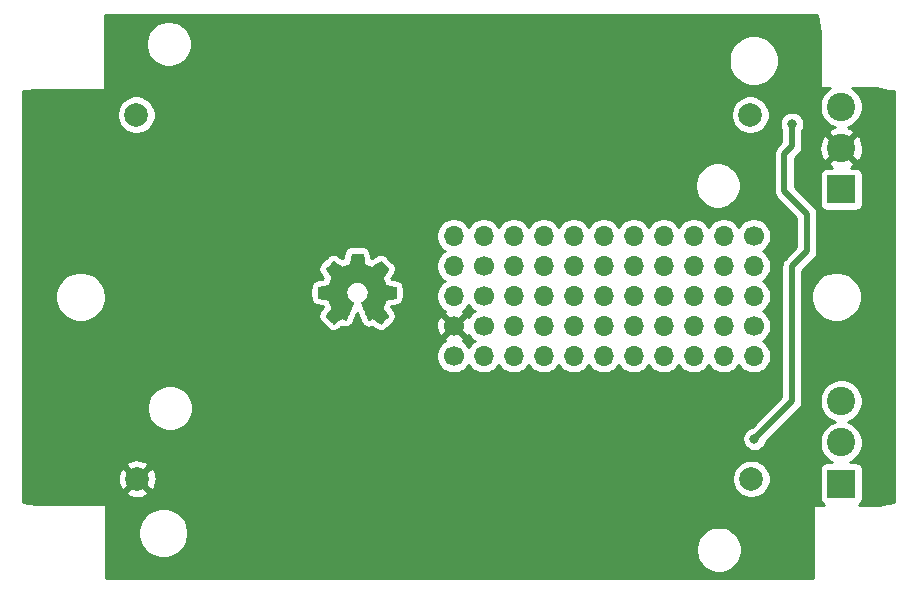
<source format=gbr>
G04 #@! TF.GenerationSoftware,KiCad,Pcbnew,5.1.5-52549c5~86~ubuntu18.04.1*
G04 #@! TF.CreationDate,2020-11-21T17:19:21-05:00*
G04 #@! TF.ProjectId,RAK4631_LORA_ADAPTABLE_NODE,52414b34-3633-4315-9f4c-4f52415f4144,rev?*
G04 #@! TF.SameCoordinates,Original*
G04 #@! TF.FileFunction,Copper,L1,Top*
G04 #@! TF.FilePolarity,Positive*
%FSLAX46Y46*%
G04 Gerber Fmt 4.6, Leading zero omitted, Abs format (unit mm)*
G04 Created by KiCad (PCBNEW 5.1.5-52549c5~86~ubuntu18.04.1) date 2020-11-21 17:19:21*
%MOMM*%
%LPD*%
G04 APERTURE LIST*
%ADD10C,0.010000*%
%ADD11O,1.700000X1.700000*%
%ADD12C,1.700000*%
%ADD13C,2.400000*%
%ADD14R,2.400000X2.400000*%
%ADD15C,2.000000*%
%ADD16C,0.800000*%
%ADD17C,0.500000*%
%ADD18C,0.166000*%
%ADD19C,0.254000*%
G04 APERTURE END LIST*
D10*
G36*
X129460814Y-121293931D02*
G01*
X129544635Y-121738555D01*
X129853920Y-121866053D01*
X130163206Y-121993551D01*
X130534246Y-121741246D01*
X130638157Y-121670996D01*
X130732087Y-121608272D01*
X130811652Y-121555938D01*
X130872470Y-121516857D01*
X130910157Y-121493893D01*
X130920421Y-121488942D01*
X130938910Y-121501676D01*
X130978420Y-121536882D01*
X131034522Y-121590062D01*
X131102787Y-121656718D01*
X131178786Y-121732354D01*
X131258092Y-121812472D01*
X131336275Y-121892574D01*
X131408907Y-121968164D01*
X131471559Y-122034745D01*
X131519803Y-122087818D01*
X131549210Y-122122887D01*
X131556241Y-122134623D01*
X131546123Y-122156260D01*
X131517759Y-122203662D01*
X131474129Y-122272193D01*
X131418218Y-122357215D01*
X131353006Y-122454093D01*
X131315219Y-122509350D01*
X131246343Y-122610248D01*
X131185140Y-122701299D01*
X131134578Y-122777970D01*
X131097628Y-122835728D01*
X131077258Y-122870043D01*
X131074197Y-122877254D01*
X131081136Y-122897748D01*
X131100051Y-122945513D01*
X131128087Y-123013832D01*
X131162391Y-123095989D01*
X131200109Y-123185270D01*
X131238387Y-123274958D01*
X131274370Y-123358338D01*
X131305206Y-123428694D01*
X131328039Y-123479310D01*
X131340017Y-123503471D01*
X131340724Y-123504422D01*
X131359531Y-123509036D01*
X131409618Y-123519328D01*
X131485793Y-123534287D01*
X131582865Y-123552901D01*
X131695643Y-123574159D01*
X131761442Y-123586418D01*
X131881950Y-123609362D01*
X131990797Y-123631195D01*
X132082476Y-123650722D01*
X132151481Y-123666748D01*
X132192304Y-123678079D01*
X132200511Y-123681674D01*
X132208548Y-123706006D01*
X132215033Y-123760959D01*
X132219970Y-123840108D01*
X132223364Y-123937026D01*
X132225218Y-124045287D01*
X132225538Y-124158465D01*
X132224327Y-124270135D01*
X132221590Y-124373868D01*
X132217331Y-124463241D01*
X132211555Y-124531826D01*
X132204267Y-124573197D01*
X132199895Y-124581810D01*
X132173764Y-124592133D01*
X132118393Y-124606892D01*
X132041107Y-124624352D01*
X131949230Y-124642780D01*
X131917158Y-124648741D01*
X131762524Y-124677066D01*
X131640375Y-124699876D01*
X131546673Y-124718080D01*
X131477384Y-124732583D01*
X131428471Y-124744292D01*
X131395897Y-124754115D01*
X131375628Y-124762956D01*
X131363626Y-124771724D01*
X131361947Y-124773457D01*
X131345184Y-124801371D01*
X131319614Y-124855695D01*
X131287788Y-124929777D01*
X131252260Y-125016965D01*
X131215583Y-125110608D01*
X131180311Y-125204052D01*
X131148996Y-125290647D01*
X131124193Y-125363740D01*
X131108454Y-125416678D01*
X131104332Y-125442811D01*
X131104676Y-125443726D01*
X131118641Y-125465086D01*
X131150322Y-125512084D01*
X131196391Y-125579827D01*
X131253518Y-125663423D01*
X131318373Y-125757982D01*
X131336843Y-125784854D01*
X131402699Y-125882275D01*
X131460650Y-125971163D01*
X131507538Y-126046412D01*
X131540207Y-126102920D01*
X131555500Y-126135581D01*
X131556241Y-126139593D01*
X131543392Y-126160684D01*
X131507888Y-126202464D01*
X131454293Y-126260445D01*
X131387171Y-126330135D01*
X131311087Y-126407045D01*
X131230604Y-126486683D01*
X131150287Y-126564561D01*
X131074699Y-126636186D01*
X131008405Y-126697070D01*
X130955969Y-126742721D01*
X130921955Y-126768650D01*
X130912545Y-126772883D01*
X130890643Y-126762912D01*
X130845800Y-126736020D01*
X130785321Y-126696736D01*
X130738789Y-126665117D01*
X130654475Y-126607098D01*
X130554626Y-126538784D01*
X130454473Y-126470579D01*
X130400627Y-126434075D01*
X130218371Y-126310800D01*
X130065381Y-126393520D01*
X129995682Y-126429759D01*
X129936414Y-126457926D01*
X129896311Y-126473991D01*
X129886103Y-126476226D01*
X129873829Y-126459722D01*
X129849613Y-126413082D01*
X129815263Y-126340609D01*
X129772588Y-126246606D01*
X129723394Y-126135374D01*
X129669490Y-126011215D01*
X129612684Y-125878432D01*
X129554782Y-125741327D01*
X129497593Y-125604202D01*
X129442924Y-125471358D01*
X129392584Y-125347098D01*
X129348380Y-125235725D01*
X129312119Y-125141539D01*
X129285609Y-125068844D01*
X129270658Y-125021941D01*
X129268254Y-125005833D01*
X129287311Y-124985286D01*
X129329036Y-124951933D01*
X129384706Y-124912702D01*
X129389378Y-124909599D01*
X129533264Y-124794423D01*
X129649283Y-124660053D01*
X129736430Y-124510784D01*
X129793699Y-124350913D01*
X129820086Y-124184737D01*
X129814585Y-124016552D01*
X129776190Y-123850655D01*
X129703895Y-123691342D01*
X129682626Y-123656487D01*
X129571996Y-123515737D01*
X129441302Y-123402714D01*
X129295064Y-123318003D01*
X129137808Y-123262194D01*
X128974057Y-123235874D01*
X128808333Y-123239630D01*
X128645162Y-123274050D01*
X128489065Y-123339723D01*
X128344567Y-123437235D01*
X128299869Y-123476813D01*
X128186112Y-123600703D01*
X128103218Y-123731124D01*
X128046356Y-123877315D01*
X128014687Y-124022088D01*
X128006869Y-124184860D01*
X128032938Y-124348440D01*
X128090245Y-124507298D01*
X128176144Y-124655906D01*
X128287986Y-124788735D01*
X128423123Y-124900256D01*
X128440883Y-124912011D01*
X128497150Y-124950508D01*
X128539923Y-124983863D01*
X128560372Y-125005160D01*
X128560669Y-125005833D01*
X128556279Y-125028871D01*
X128538876Y-125081157D01*
X128510268Y-125158390D01*
X128472265Y-125256268D01*
X128426674Y-125370491D01*
X128375303Y-125496758D01*
X128319962Y-125630767D01*
X128262458Y-125768218D01*
X128204601Y-125904808D01*
X128148198Y-126036237D01*
X128095058Y-126158205D01*
X128046990Y-126266409D01*
X128005801Y-126356549D01*
X127973301Y-126424323D01*
X127951297Y-126465430D01*
X127942436Y-126476226D01*
X127915360Y-126467819D01*
X127864697Y-126445272D01*
X127799183Y-126412613D01*
X127763159Y-126393520D01*
X127610168Y-126310800D01*
X127427912Y-126434075D01*
X127334875Y-126497228D01*
X127233015Y-126566727D01*
X127137562Y-126632165D01*
X127089750Y-126665117D01*
X127022505Y-126710273D01*
X126965564Y-126746057D01*
X126926354Y-126767938D01*
X126913619Y-126772563D01*
X126895083Y-126760085D01*
X126854059Y-126725252D01*
X126794525Y-126671678D01*
X126720458Y-126602983D01*
X126635835Y-126522781D01*
X126582315Y-126471286D01*
X126488681Y-126379286D01*
X126407759Y-126296999D01*
X126342823Y-126227945D01*
X126297142Y-126175644D01*
X126273989Y-126143616D01*
X126271768Y-126137116D01*
X126282076Y-126112394D01*
X126310561Y-126062405D01*
X126354063Y-125992212D01*
X126409423Y-125906875D01*
X126473480Y-125811456D01*
X126491697Y-125784854D01*
X126558073Y-125688167D01*
X126617622Y-125601117D01*
X126667016Y-125528595D01*
X126702925Y-125475493D01*
X126722019Y-125446703D01*
X126723864Y-125443726D01*
X126721105Y-125420782D01*
X126706462Y-125370336D01*
X126682487Y-125299041D01*
X126651734Y-125213547D01*
X126616756Y-125120507D01*
X126580107Y-125026574D01*
X126544339Y-124938399D01*
X126512006Y-124862634D01*
X126485662Y-124805931D01*
X126467858Y-124774943D01*
X126466593Y-124773457D01*
X126455706Y-124764601D01*
X126437318Y-124755843D01*
X126407394Y-124746277D01*
X126361897Y-124734996D01*
X126296791Y-124721093D01*
X126208039Y-124703663D01*
X126091607Y-124681798D01*
X125943458Y-124654591D01*
X125911382Y-124648741D01*
X125816314Y-124630374D01*
X125733435Y-124612405D01*
X125670070Y-124596569D01*
X125633542Y-124584600D01*
X125628644Y-124581810D01*
X125620573Y-124557072D01*
X125614013Y-124501790D01*
X125608967Y-124422389D01*
X125605441Y-124325296D01*
X125603439Y-124216938D01*
X125602964Y-124103740D01*
X125604023Y-123992128D01*
X125606618Y-123888529D01*
X125610754Y-123799368D01*
X125616437Y-123731072D01*
X125623669Y-123690066D01*
X125628029Y-123681674D01*
X125652302Y-123673208D01*
X125707574Y-123659435D01*
X125788338Y-123641550D01*
X125889088Y-123620748D01*
X126004317Y-123598223D01*
X126067098Y-123586418D01*
X126186213Y-123564151D01*
X126292435Y-123543979D01*
X126380573Y-123526915D01*
X126445434Y-123513969D01*
X126481826Y-123506155D01*
X126487816Y-123504422D01*
X126497939Y-123484890D01*
X126519338Y-123437843D01*
X126549161Y-123370003D01*
X126584555Y-123288091D01*
X126622668Y-123198828D01*
X126660647Y-123108935D01*
X126695640Y-123025135D01*
X126724794Y-122954147D01*
X126745257Y-122902694D01*
X126754177Y-122877497D01*
X126754343Y-122876396D01*
X126744231Y-122856519D01*
X126715883Y-122810777D01*
X126672277Y-122743717D01*
X126616394Y-122659884D01*
X126551213Y-122563826D01*
X126513321Y-122508650D01*
X126444275Y-122407481D01*
X126382950Y-122315630D01*
X126332337Y-122237744D01*
X126295429Y-122178469D01*
X126275218Y-122142451D01*
X126272299Y-122134377D01*
X126284847Y-122115584D01*
X126319537Y-122075457D01*
X126371937Y-122018493D01*
X126437616Y-121949185D01*
X126512144Y-121872031D01*
X126591087Y-121791525D01*
X126670017Y-121712163D01*
X126744500Y-121638440D01*
X126810106Y-121574852D01*
X126862404Y-121525894D01*
X126896961Y-121496061D01*
X126908522Y-121488942D01*
X126927346Y-121498953D01*
X126972369Y-121527078D01*
X127039213Y-121570454D01*
X127123501Y-121626218D01*
X127220856Y-121691506D01*
X127294293Y-121741246D01*
X127665333Y-121993551D01*
X128283905Y-121738555D01*
X128367725Y-121293931D01*
X128451546Y-120849307D01*
X129376994Y-120849307D01*
X129460814Y-121293931D01*
G37*
X129460814Y-121293931D02*
X129544635Y-121738555D01*
X129853920Y-121866053D01*
X130163206Y-121993551D01*
X130534246Y-121741246D01*
X130638157Y-121670996D01*
X130732087Y-121608272D01*
X130811652Y-121555938D01*
X130872470Y-121516857D01*
X130910157Y-121493893D01*
X130920421Y-121488942D01*
X130938910Y-121501676D01*
X130978420Y-121536882D01*
X131034522Y-121590062D01*
X131102787Y-121656718D01*
X131178786Y-121732354D01*
X131258092Y-121812472D01*
X131336275Y-121892574D01*
X131408907Y-121968164D01*
X131471559Y-122034745D01*
X131519803Y-122087818D01*
X131549210Y-122122887D01*
X131556241Y-122134623D01*
X131546123Y-122156260D01*
X131517759Y-122203662D01*
X131474129Y-122272193D01*
X131418218Y-122357215D01*
X131353006Y-122454093D01*
X131315219Y-122509350D01*
X131246343Y-122610248D01*
X131185140Y-122701299D01*
X131134578Y-122777970D01*
X131097628Y-122835728D01*
X131077258Y-122870043D01*
X131074197Y-122877254D01*
X131081136Y-122897748D01*
X131100051Y-122945513D01*
X131128087Y-123013832D01*
X131162391Y-123095989D01*
X131200109Y-123185270D01*
X131238387Y-123274958D01*
X131274370Y-123358338D01*
X131305206Y-123428694D01*
X131328039Y-123479310D01*
X131340017Y-123503471D01*
X131340724Y-123504422D01*
X131359531Y-123509036D01*
X131409618Y-123519328D01*
X131485793Y-123534287D01*
X131582865Y-123552901D01*
X131695643Y-123574159D01*
X131761442Y-123586418D01*
X131881950Y-123609362D01*
X131990797Y-123631195D01*
X132082476Y-123650722D01*
X132151481Y-123666748D01*
X132192304Y-123678079D01*
X132200511Y-123681674D01*
X132208548Y-123706006D01*
X132215033Y-123760959D01*
X132219970Y-123840108D01*
X132223364Y-123937026D01*
X132225218Y-124045287D01*
X132225538Y-124158465D01*
X132224327Y-124270135D01*
X132221590Y-124373868D01*
X132217331Y-124463241D01*
X132211555Y-124531826D01*
X132204267Y-124573197D01*
X132199895Y-124581810D01*
X132173764Y-124592133D01*
X132118393Y-124606892D01*
X132041107Y-124624352D01*
X131949230Y-124642780D01*
X131917158Y-124648741D01*
X131762524Y-124677066D01*
X131640375Y-124699876D01*
X131546673Y-124718080D01*
X131477384Y-124732583D01*
X131428471Y-124744292D01*
X131395897Y-124754115D01*
X131375628Y-124762956D01*
X131363626Y-124771724D01*
X131361947Y-124773457D01*
X131345184Y-124801371D01*
X131319614Y-124855695D01*
X131287788Y-124929777D01*
X131252260Y-125016965D01*
X131215583Y-125110608D01*
X131180311Y-125204052D01*
X131148996Y-125290647D01*
X131124193Y-125363740D01*
X131108454Y-125416678D01*
X131104332Y-125442811D01*
X131104676Y-125443726D01*
X131118641Y-125465086D01*
X131150322Y-125512084D01*
X131196391Y-125579827D01*
X131253518Y-125663423D01*
X131318373Y-125757982D01*
X131336843Y-125784854D01*
X131402699Y-125882275D01*
X131460650Y-125971163D01*
X131507538Y-126046412D01*
X131540207Y-126102920D01*
X131555500Y-126135581D01*
X131556241Y-126139593D01*
X131543392Y-126160684D01*
X131507888Y-126202464D01*
X131454293Y-126260445D01*
X131387171Y-126330135D01*
X131311087Y-126407045D01*
X131230604Y-126486683D01*
X131150287Y-126564561D01*
X131074699Y-126636186D01*
X131008405Y-126697070D01*
X130955969Y-126742721D01*
X130921955Y-126768650D01*
X130912545Y-126772883D01*
X130890643Y-126762912D01*
X130845800Y-126736020D01*
X130785321Y-126696736D01*
X130738789Y-126665117D01*
X130654475Y-126607098D01*
X130554626Y-126538784D01*
X130454473Y-126470579D01*
X130400627Y-126434075D01*
X130218371Y-126310800D01*
X130065381Y-126393520D01*
X129995682Y-126429759D01*
X129936414Y-126457926D01*
X129896311Y-126473991D01*
X129886103Y-126476226D01*
X129873829Y-126459722D01*
X129849613Y-126413082D01*
X129815263Y-126340609D01*
X129772588Y-126246606D01*
X129723394Y-126135374D01*
X129669490Y-126011215D01*
X129612684Y-125878432D01*
X129554782Y-125741327D01*
X129497593Y-125604202D01*
X129442924Y-125471358D01*
X129392584Y-125347098D01*
X129348380Y-125235725D01*
X129312119Y-125141539D01*
X129285609Y-125068844D01*
X129270658Y-125021941D01*
X129268254Y-125005833D01*
X129287311Y-124985286D01*
X129329036Y-124951933D01*
X129384706Y-124912702D01*
X129389378Y-124909599D01*
X129533264Y-124794423D01*
X129649283Y-124660053D01*
X129736430Y-124510784D01*
X129793699Y-124350913D01*
X129820086Y-124184737D01*
X129814585Y-124016552D01*
X129776190Y-123850655D01*
X129703895Y-123691342D01*
X129682626Y-123656487D01*
X129571996Y-123515737D01*
X129441302Y-123402714D01*
X129295064Y-123318003D01*
X129137808Y-123262194D01*
X128974057Y-123235874D01*
X128808333Y-123239630D01*
X128645162Y-123274050D01*
X128489065Y-123339723D01*
X128344567Y-123437235D01*
X128299869Y-123476813D01*
X128186112Y-123600703D01*
X128103218Y-123731124D01*
X128046356Y-123877315D01*
X128014687Y-124022088D01*
X128006869Y-124184860D01*
X128032938Y-124348440D01*
X128090245Y-124507298D01*
X128176144Y-124655906D01*
X128287986Y-124788735D01*
X128423123Y-124900256D01*
X128440883Y-124912011D01*
X128497150Y-124950508D01*
X128539923Y-124983863D01*
X128560372Y-125005160D01*
X128560669Y-125005833D01*
X128556279Y-125028871D01*
X128538876Y-125081157D01*
X128510268Y-125158390D01*
X128472265Y-125256268D01*
X128426674Y-125370491D01*
X128375303Y-125496758D01*
X128319962Y-125630767D01*
X128262458Y-125768218D01*
X128204601Y-125904808D01*
X128148198Y-126036237D01*
X128095058Y-126158205D01*
X128046990Y-126266409D01*
X128005801Y-126356549D01*
X127973301Y-126424323D01*
X127951297Y-126465430D01*
X127942436Y-126476226D01*
X127915360Y-126467819D01*
X127864697Y-126445272D01*
X127799183Y-126412613D01*
X127763159Y-126393520D01*
X127610168Y-126310800D01*
X127427912Y-126434075D01*
X127334875Y-126497228D01*
X127233015Y-126566727D01*
X127137562Y-126632165D01*
X127089750Y-126665117D01*
X127022505Y-126710273D01*
X126965564Y-126746057D01*
X126926354Y-126767938D01*
X126913619Y-126772563D01*
X126895083Y-126760085D01*
X126854059Y-126725252D01*
X126794525Y-126671678D01*
X126720458Y-126602983D01*
X126635835Y-126522781D01*
X126582315Y-126471286D01*
X126488681Y-126379286D01*
X126407759Y-126296999D01*
X126342823Y-126227945D01*
X126297142Y-126175644D01*
X126273989Y-126143616D01*
X126271768Y-126137116D01*
X126282076Y-126112394D01*
X126310561Y-126062405D01*
X126354063Y-125992212D01*
X126409423Y-125906875D01*
X126473480Y-125811456D01*
X126491697Y-125784854D01*
X126558073Y-125688167D01*
X126617622Y-125601117D01*
X126667016Y-125528595D01*
X126702925Y-125475493D01*
X126722019Y-125446703D01*
X126723864Y-125443726D01*
X126721105Y-125420782D01*
X126706462Y-125370336D01*
X126682487Y-125299041D01*
X126651734Y-125213547D01*
X126616756Y-125120507D01*
X126580107Y-125026574D01*
X126544339Y-124938399D01*
X126512006Y-124862634D01*
X126485662Y-124805931D01*
X126467858Y-124774943D01*
X126466593Y-124773457D01*
X126455706Y-124764601D01*
X126437318Y-124755843D01*
X126407394Y-124746277D01*
X126361897Y-124734996D01*
X126296791Y-124721093D01*
X126208039Y-124703663D01*
X126091607Y-124681798D01*
X125943458Y-124654591D01*
X125911382Y-124648741D01*
X125816314Y-124630374D01*
X125733435Y-124612405D01*
X125670070Y-124596569D01*
X125633542Y-124584600D01*
X125628644Y-124581810D01*
X125620573Y-124557072D01*
X125614013Y-124501790D01*
X125608967Y-124422389D01*
X125605441Y-124325296D01*
X125603439Y-124216938D01*
X125602964Y-124103740D01*
X125604023Y-123992128D01*
X125606618Y-123888529D01*
X125610754Y-123799368D01*
X125616437Y-123731072D01*
X125623669Y-123690066D01*
X125628029Y-123681674D01*
X125652302Y-123673208D01*
X125707574Y-123659435D01*
X125788338Y-123641550D01*
X125889088Y-123620748D01*
X126004317Y-123598223D01*
X126067098Y-123586418D01*
X126186213Y-123564151D01*
X126292435Y-123543979D01*
X126380573Y-123526915D01*
X126445434Y-123513969D01*
X126481826Y-123506155D01*
X126487816Y-123504422D01*
X126497939Y-123484890D01*
X126519338Y-123437843D01*
X126549161Y-123370003D01*
X126584555Y-123288091D01*
X126622668Y-123198828D01*
X126660647Y-123108935D01*
X126695640Y-123025135D01*
X126724794Y-122954147D01*
X126745257Y-122902694D01*
X126754177Y-122877497D01*
X126754343Y-122876396D01*
X126744231Y-122856519D01*
X126715883Y-122810777D01*
X126672277Y-122743717D01*
X126616394Y-122659884D01*
X126551213Y-122563826D01*
X126513321Y-122508650D01*
X126444275Y-122407481D01*
X126382950Y-122315630D01*
X126332337Y-122237744D01*
X126295429Y-122178469D01*
X126275218Y-122142451D01*
X126272299Y-122134377D01*
X126284847Y-122115584D01*
X126319537Y-122075457D01*
X126371937Y-122018493D01*
X126437616Y-121949185D01*
X126512144Y-121872031D01*
X126591087Y-121791525D01*
X126670017Y-121712163D01*
X126744500Y-121638440D01*
X126810106Y-121574852D01*
X126862404Y-121525894D01*
X126896961Y-121496061D01*
X126908522Y-121488942D01*
X126927346Y-121498953D01*
X126972369Y-121527078D01*
X127039213Y-121570454D01*
X127123501Y-121626218D01*
X127220856Y-121691506D01*
X127294293Y-121741246D01*
X127665333Y-121993551D01*
X128283905Y-121738555D01*
X128367725Y-121293931D01*
X128451546Y-120849307D01*
X129376994Y-120849307D01*
X129460814Y-121293931D01*
D11*
X159955000Y-121885000D03*
X157415000Y-121885000D03*
X154875000Y-121885000D03*
X152335000Y-121885000D03*
X149795000Y-121885000D03*
X147255000Y-121885000D03*
X144715000Y-121885000D03*
X142175000Y-121885000D03*
D12*
X139635000Y-121885000D03*
D11*
X159955000Y-124425000D03*
X157415000Y-124425000D03*
X154875000Y-124425000D03*
X152335000Y-124425000D03*
X149795000Y-124425000D03*
X147255000Y-124425000D03*
X144715000Y-124425000D03*
X142175000Y-124425000D03*
D12*
X139635000Y-124425000D03*
D11*
X159955000Y-126965000D03*
X157415000Y-126965000D03*
X154875000Y-126965000D03*
X152335000Y-126965000D03*
X149795000Y-126965000D03*
X147255000Y-126965000D03*
X144715000Y-126965000D03*
X142175000Y-126965000D03*
D12*
X139635000Y-126965000D03*
D13*
X169910000Y-108400000D03*
X169910000Y-111900000D03*
D14*
X169910000Y-115400000D03*
D11*
X137095000Y-119345000D03*
X139635000Y-119345000D03*
X142175000Y-119345000D03*
X144715000Y-119345000D03*
X147255000Y-119345000D03*
X149795000Y-119345000D03*
X152335000Y-119345000D03*
X154875000Y-119345000D03*
X157415000Y-119345000D03*
X159955000Y-119345000D03*
D12*
X162495000Y-119345000D03*
D11*
X162495000Y-129505000D03*
X159955000Y-129505000D03*
X157415000Y-129505000D03*
X154875000Y-129505000D03*
X152335000Y-129505000D03*
X149795000Y-129505000D03*
X147255000Y-129505000D03*
X144715000Y-129505000D03*
X142175000Y-129505000D03*
X139635000Y-129505000D03*
D12*
X137095000Y-129505000D03*
D11*
X137095000Y-121885000D03*
X137095000Y-124425000D03*
D12*
X137095000Y-126965000D03*
D11*
X162495000Y-121885000D03*
X162495000Y-124425000D03*
D12*
X162495000Y-126965000D03*
D15*
X110220000Y-109085000D03*
X162210000Y-109085000D03*
D13*
X169910000Y-133335000D03*
X169910000Y-136835000D03*
D14*
X169910000Y-140335000D03*
D15*
X162290000Y-139915000D03*
X110300000Y-139915000D03*
D16*
X162560000Y-136525000D03*
X165735000Y-109855000D03*
X126873000Y-116611400D03*
X118948200Y-115620800D03*
D17*
X165735000Y-133350000D02*
X162560000Y-136525000D01*
X165735000Y-121920000D02*
X165735000Y-133350000D01*
X167005000Y-117475000D02*
X167005000Y-120650000D01*
X167005000Y-120650000D02*
X165735000Y-121920000D01*
X165735000Y-109855000D02*
X165735000Y-111760000D01*
X165735000Y-111760000D02*
X165100000Y-112395000D01*
X165100000Y-115570000D02*
X167005000Y-117475000D01*
X165100000Y-112395000D02*
X165100000Y-115570000D01*
X126873000Y-116611400D02*
X119634000Y-116611400D01*
X119634000Y-116611400D02*
X118922800Y-115900200D01*
D18*
X118922800Y-115900200D02*
X118948200Y-115874800D01*
X118948200Y-115874800D02*
X118948200Y-115620800D01*
D19*
G36*
X167922061Y-101068607D02*
G01*
X167938262Y-101170898D01*
X168148000Y-102044519D01*
X168148000Y-106680000D01*
X168150440Y-106704776D01*
X168157667Y-106728601D01*
X168169403Y-106750557D01*
X168185197Y-106769803D01*
X168204443Y-106785597D01*
X168226399Y-106797333D01*
X168250224Y-106804560D01*
X168275000Y-106807000D01*
X168991180Y-106807000D01*
X168740256Y-106974662D01*
X168484662Y-107230256D01*
X168283844Y-107530801D01*
X168145518Y-107864750D01*
X168075000Y-108219268D01*
X168075000Y-108580732D01*
X168145518Y-108935250D01*
X168283844Y-109269199D01*
X168484662Y-109569744D01*
X168740256Y-109825338D01*
X169040801Y-110026156D01*
X169347489Y-110153190D01*
X169154167Y-110218154D01*
X168931514Y-110337164D01*
X168811626Y-110622020D01*
X169910000Y-111720395D01*
X171008374Y-110622020D01*
X170888486Y-110337164D01*
X170564790Y-110176301D01*
X170475310Y-110152031D01*
X170779199Y-110026156D01*
X171079744Y-109825338D01*
X171335338Y-109569744D01*
X171536156Y-109269199D01*
X171674482Y-108935250D01*
X171745000Y-108580732D01*
X171745000Y-108219268D01*
X171674482Y-107864750D01*
X171536156Y-107530801D01*
X171335338Y-107230256D01*
X171079744Y-106974662D01*
X170828820Y-106807000D01*
X172786132Y-106807000D01*
X172837316Y-106823631D01*
X173829102Y-107061738D01*
X173931393Y-107077939D01*
X174340000Y-107110097D01*
X174340001Y-141889903D01*
X173931393Y-141922061D01*
X173829102Y-141938262D01*
X173101267Y-142113000D01*
X171375698Y-142113000D01*
X171464494Y-142065537D01*
X171561185Y-141986185D01*
X171640537Y-141889494D01*
X171699502Y-141779180D01*
X171735812Y-141659482D01*
X171748072Y-141535000D01*
X171748072Y-139135000D01*
X171735812Y-139010518D01*
X171699502Y-138890820D01*
X171640537Y-138780506D01*
X171561185Y-138683815D01*
X171464494Y-138604463D01*
X171354180Y-138545498D01*
X171234482Y-138509188D01*
X171110000Y-138496928D01*
X170692838Y-138496928D01*
X170779199Y-138461156D01*
X171079744Y-138260338D01*
X171335338Y-138004744D01*
X171536156Y-137704199D01*
X171674482Y-137370250D01*
X171745000Y-137015732D01*
X171745000Y-136654268D01*
X171674482Y-136299750D01*
X171536156Y-135965801D01*
X171335338Y-135665256D01*
X171079744Y-135409662D01*
X170779199Y-135208844D01*
X170480213Y-135085000D01*
X170779199Y-134961156D01*
X171079744Y-134760338D01*
X171335338Y-134504744D01*
X171536156Y-134204199D01*
X171674482Y-133870250D01*
X171745000Y-133515732D01*
X171745000Y-133154268D01*
X171674482Y-132799750D01*
X171536156Y-132465801D01*
X171335338Y-132165256D01*
X171079744Y-131909662D01*
X170779199Y-131708844D01*
X170445250Y-131570518D01*
X170090732Y-131500000D01*
X169729268Y-131500000D01*
X169374750Y-131570518D01*
X169040801Y-131708844D01*
X168740256Y-131909662D01*
X168484662Y-132165256D01*
X168283844Y-132465801D01*
X168145518Y-132799750D01*
X168075000Y-133154268D01*
X168075000Y-133515732D01*
X168145518Y-133870250D01*
X168283844Y-134204199D01*
X168484662Y-134504744D01*
X168740256Y-134760338D01*
X169040801Y-134961156D01*
X169339787Y-135085000D01*
X169040801Y-135208844D01*
X168740256Y-135409662D01*
X168484662Y-135665256D01*
X168283844Y-135965801D01*
X168145518Y-136299750D01*
X168075000Y-136654268D01*
X168075000Y-137015732D01*
X168145518Y-137370250D01*
X168283844Y-137704199D01*
X168484662Y-138004744D01*
X168740256Y-138260338D01*
X169040801Y-138461156D01*
X169127162Y-138496928D01*
X168710000Y-138496928D01*
X168585518Y-138509188D01*
X168465820Y-138545498D01*
X168355506Y-138604463D01*
X168258815Y-138683815D01*
X168179463Y-138780506D01*
X168120498Y-138890820D01*
X168084188Y-139010518D01*
X168071928Y-139135000D01*
X168071928Y-141535000D01*
X168084188Y-141659482D01*
X168120498Y-141779180D01*
X168179463Y-141889494D01*
X168258815Y-141986185D01*
X168355506Y-142065537D01*
X168444302Y-142113000D01*
X167640000Y-142113000D01*
X167615224Y-142115440D01*
X167591399Y-142122667D01*
X167569443Y-142134403D01*
X167550197Y-142150197D01*
X167534403Y-142169443D01*
X167522667Y-142191399D01*
X167515440Y-142215224D01*
X167513000Y-142240000D01*
X167513000Y-148340000D01*
X107646100Y-148340000D01*
X107662300Y-144289721D01*
X110365000Y-144289721D01*
X110365000Y-144710279D01*
X110447047Y-145122756D01*
X110607988Y-145511302D01*
X110841637Y-145860983D01*
X111139017Y-146158363D01*
X111488698Y-146392012D01*
X111877244Y-146552953D01*
X112289721Y-146635000D01*
X112710279Y-146635000D01*
X113122756Y-146552953D01*
X113511302Y-146392012D01*
X113860983Y-146158363D01*
X114158363Y-145860983D01*
X114254269Y-145717449D01*
X157585000Y-145717449D01*
X157585000Y-146102551D01*
X157660130Y-146480252D01*
X157807502Y-146836040D01*
X158021453Y-147156240D01*
X158293760Y-147428547D01*
X158613960Y-147642498D01*
X158969748Y-147789870D01*
X159347449Y-147865000D01*
X159732551Y-147865000D01*
X160110252Y-147789870D01*
X160466040Y-147642498D01*
X160786240Y-147428547D01*
X161058547Y-147156240D01*
X161272498Y-146836040D01*
X161419870Y-146480252D01*
X161495000Y-146102551D01*
X161495000Y-145717449D01*
X161419870Y-145339748D01*
X161272498Y-144983960D01*
X161058547Y-144663760D01*
X160786240Y-144391453D01*
X160466040Y-144177502D01*
X160110252Y-144030130D01*
X159732551Y-143955000D01*
X159347449Y-143955000D01*
X158969748Y-144030130D01*
X158613960Y-144177502D01*
X158293760Y-144391453D01*
X158021453Y-144663760D01*
X157807502Y-144983960D01*
X157660130Y-145339748D01*
X157585000Y-145717449D01*
X114254269Y-145717449D01*
X114392012Y-145511302D01*
X114552953Y-145122756D01*
X114635000Y-144710279D01*
X114635000Y-144289721D01*
X114552953Y-143877244D01*
X114392012Y-143488698D01*
X114158363Y-143139017D01*
X113860983Y-142841637D01*
X113511302Y-142607988D01*
X113122756Y-142447047D01*
X112710279Y-142365000D01*
X112289721Y-142365000D01*
X111877244Y-142447047D01*
X111488698Y-142607988D01*
X111139017Y-142841637D01*
X110841637Y-143139017D01*
X110607988Y-143488698D01*
X110447047Y-143877244D01*
X110365000Y-144289721D01*
X107662300Y-144289721D01*
X107670599Y-142215108D01*
X107668258Y-142190322D01*
X107661126Y-142166469D01*
X107649478Y-142144466D01*
X107633761Y-142125157D01*
X107614579Y-142109286D01*
X107592670Y-142097463D01*
X107568875Y-142090140D01*
X107543600Y-142087600D01*
X101792935Y-142087600D01*
X101170898Y-141938262D01*
X101068607Y-141922061D01*
X100660000Y-141889903D01*
X100660000Y-141050413D01*
X109344192Y-141050413D01*
X109439956Y-141314814D01*
X109729571Y-141455704D01*
X110041108Y-141537384D01*
X110362595Y-141556718D01*
X110681675Y-141512961D01*
X110986088Y-141407795D01*
X111160044Y-141314814D01*
X111255808Y-141050413D01*
X110300000Y-140094605D01*
X109344192Y-141050413D01*
X100660000Y-141050413D01*
X100660000Y-139977595D01*
X108658282Y-139977595D01*
X108702039Y-140296675D01*
X108807205Y-140601088D01*
X108900186Y-140775044D01*
X109164587Y-140870808D01*
X110120395Y-139915000D01*
X110479605Y-139915000D01*
X111435413Y-140870808D01*
X111699814Y-140775044D01*
X111840704Y-140485429D01*
X111922384Y-140173892D01*
X111941718Y-139852405D01*
X111928219Y-139753967D01*
X160655000Y-139753967D01*
X160655000Y-140076033D01*
X160717832Y-140391912D01*
X160841082Y-140689463D01*
X161020013Y-140957252D01*
X161247748Y-141184987D01*
X161515537Y-141363918D01*
X161813088Y-141487168D01*
X162128967Y-141550000D01*
X162451033Y-141550000D01*
X162766912Y-141487168D01*
X163064463Y-141363918D01*
X163332252Y-141184987D01*
X163559987Y-140957252D01*
X163738918Y-140689463D01*
X163862168Y-140391912D01*
X163925000Y-140076033D01*
X163925000Y-139753967D01*
X163862168Y-139438088D01*
X163738918Y-139140537D01*
X163559987Y-138872748D01*
X163332252Y-138645013D01*
X163064463Y-138466082D01*
X162766912Y-138342832D01*
X162451033Y-138280000D01*
X162128967Y-138280000D01*
X161813088Y-138342832D01*
X161515537Y-138466082D01*
X161247748Y-138645013D01*
X161020013Y-138872748D01*
X160841082Y-139140537D01*
X160717832Y-139438088D01*
X160655000Y-139753967D01*
X111928219Y-139753967D01*
X111897961Y-139533325D01*
X111792795Y-139228912D01*
X111699814Y-139054956D01*
X111435413Y-138959192D01*
X110479605Y-139915000D01*
X110120395Y-139915000D01*
X109164587Y-138959192D01*
X108900186Y-139054956D01*
X108759296Y-139344571D01*
X108677616Y-139656108D01*
X108658282Y-139977595D01*
X100660000Y-139977595D01*
X100660000Y-138779587D01*
X109344192Y-138779587D01*
X110300000Y-139735395D01*
X111255808Y-138779587D01*
X111160044Y-138515186D01*
X110870429Y-138374296D01*
X110558892Y-138292616D01*
X110237405Y-138273282D01*
X109918325Y-138317039D01*
X109613912Y-138422205D01*
X109439956Y-138515186D01*
X109344192Y-138779587D01*
X100660000Y-138779587D01*
X100660000Y-136423061D01*
X161525000Y-136423061D01*
X161525000Y-136626939D01*
X161564774Y-136826898D01*
X161642795Y-137015256D01*
X161756063Y-137184774D01*
X161900226Y-137328937D01*
X162069744Y-137442205D01*
X162258102Y-137520226D01*
X162458061Y-137560000D01*
X162661939Y-137560000D01*
X162861898Y-137520226D01*
X163050256Y-137442205D01*
X163219774Y-137328937D01*
X163363937Y-137184774D01*
X163477205Y-137015256D01*
X163555226Y-136826898D01*
X163566535Y-136770043D01*
X166330049Y-134006530D01*
X166363817Y-133978817D01*
X166474411Y-133844059D01*
X166556589Y-133690313D01*
X166607195Y-133523490D01*
X166620000Y-133393477D01*
X166620000Y-133393467D01*
X166624281Y-133350001D01*
X166620000Y-133306534D01*
X166620000Y-124289721D01*
X167365000Y-124289721D01*
X167365000Y-124710279D01*
X167447047Y-125122756D01*
X167607988Y-125511302D01*
X167841637Y-125860983D01*
X168139017Y-126158363D01*
X168488698Y-126392012D01*
X168877244Y-126552953D01*
X169289721Y-126635000D01*
X169710279Y-126635000D01*
X170122756Y-126552953D01*
X170511302Y-126392012D01*
X170860983Y-126158363D01*
X171158363Y-125860983D01*
X171392012Y-125511302D01*
X171552953Y-125122756D01*
X171635000Y-124710279D01*
X171635000Y-124289721D01*
X171552953Y-123877244D01*
X171392012Y-123488698D01*
X171158363Y-123139017D01*
X170860983Y-122841637D01*
X170511302Y-122607988D01*
X170122756Y-122447047D01*
X169710279Y-122365000D01*
X169289721Y-122365000D01*
X168877244Y-122447047D01*
X168488698Y-122607988D01*
X168139017Y-122841637D01*
X167841637Y-123139017D01*
X167607988Y-123488698D01*
X167447047Y-123877244D01*
X167365000Y-124289721D01*
X166620000Y-124289721D01*
X166620000Y-122286578D01*
X167600049Y-121306530D01*
X167633817Y-121278817D01*
X167667831Y-121237372D01*
X167727230Y-121164994D01*
X167744411Y-121144059D01*
X167826589Y-120990313D01*
X167877195Y-120823490D01*
X167890000Y-120693477D01*
X167890000Y-120693467D01*
X167894281Y-120650001D01*
X167890000Y-120606535D01*
X167890000Y-117518469D01*
X167894281Y-117475000D01*
X167890000Y-117431531D01*
X167890000Y-117431523D01*
X167877195Y-117301510D01*
X167826589Y-117134687D01*
X167744411Y-116980941D01*
X167633817Y-116846183D01*
X167600050Y-116818471D01*
X165985000Y-115203422D01*
X165985000Y-114200000D01*
X168071928Y-114200000D01*
X168071928Y-116600000D01*
X168084188Y-116724482D01*
X168120498Y-116844180D01*
X168179463Y-116954494D01*
X168258815Y-117051185D01*
X168355506Y-117130537D01*
X168465820Y-117189502D01*
X168585518Y-117225812D01*
X168710000Y-117238072D01*
X171110000Y-117238072D01*
X171234482Y-117225812D01*
X171354180Y-117189502D01*
X171464494Y-117130537D01*
X171561185Y-117051185D01*
X171640537Y-116954494D01*
X171699502Y-116844180D01*
X171735812Y-116724482D01*
X171748072Y-116600000D01*
X171748072Y-114200000D01*
X171735812Y-114075518D01*
X171699502Y-113955820D01*
X171640537Y-113845506D01*
X171561185Y-113748815D01*
X171464494Y-113669463D01*
X171354180Y-113610498D01*
X171234482Y-113574188D01*
X171110000Y-113561928D01*
X170703097Y-113561928D01*
X170888486Y-113462836D01*
X171008374Y-113177980D01*
X169910000Y-112079605D01*
X168811626Y-113177980D01*
X168931514Y-113462836D01*
X169130912Y-113561928D01*
X168710000Y-113561928D01*
X168585518Y-113574188D01*
X168465820Y-113610498D01*
X168355506Y-113669463D01*
X168258815Y-113748815D01*
X168179463Y-113845506D01*
X168120498Y-113955820D01*
X168084188Y-114075518D01*
X168071928Y-114200000D01*
X165985000Y-114200000D01*
X165985000Y-112761578D01*
X166330049Y-112416530D01*
X166363817Y-112388817D01*
X166425877Y-112313198D01*
X166474411Y-112254059D01*
X166556589Y-112100314D01*
X166600765Y-111954684D01*
X168066933Y-111954684D01*
X168113015Y-112313198D01*
X168228154Y-112655833D01*
X168347164Y-112878486D01*
X168632020Y-112998374D01*
X169730395Y-111900000D01*
X170089605Y-111900000D01*
X171187980Y-112998374D01*
X171472836Y-112878486D01*
X171633699Y-112554790D01*
X171728322Y-112205931D01*
X171753067Y-111845316D01*
X171706985Y-111486802D01*
X171591846Y-111144167D01*
X171472836Y-110921514D01*
X171187980Y-110801626D01*
X170089605Y-111900000D01*
X169730395Y-111900000D01*
X168632020Y-110801626D01*
X168347164Y-110921514D01*
X168186301Y-111245210D01*
X168091678Y-111594069D01*
X168066933Y-111954684D01*
X166600765Y-111954684D01*
X166607195Y-111933490D01*
X166620000Y-111803477D01*
X166620000Y-111803469D01*
X166624281Y-111760000D01*
X166620000Y-111716531D01*
X166620000Y-110393454D01*
X166652205Y-110345256D01*
X166730226Y-110156898D01*
X166770000Y-109956939D01*
X166770000Y-109753061D01*
X166730226Y-109553102D01*
X166652205Y-109364744D01*
X166538937Y-109195226D01*
X166394774Y-109051063D01*
X166225256Y-108937795D01*
X166036898Y-108859774D01*
X165836939Y-108820000D01*
X165633061Y-108820000D01*
X165433102Y-108859774D01*
X165244744Y-108937795D01*
X165075226Y-109051063D01*
X164931063Y-109195226D01*
X164817795Y-109364744D01*
X164739774Y-109553102D01*
X164700000Y-109753061D01*
X164700000Y-109956939D01*
X164739774Y-110156898D01*
X164817795Y-110345256D01*
X164850000Y-110393455D01*
X164850001Y-111393421D01*
X164504956Y-111738466D01*
X164471183Y-111766183D01*
X164360589Y-111900942D01*
X164278411Y-112054688D01*
X164227805Y-112221511D01*
X164215000Y-112351524D01*
X164215000Y-112351531D01*
X164210719Y-112395000D01*
X164215000Y-112438469D01*
X164215001Y-115526521D01*
X164210719Y-115570000D01*
X164227805Y-115743490D01*
X164278412Y-115910313D01*
X164360590Y-116064059D01*
X164443468Y-116165046D01*
X164443471Y-116165049D01*
X164471184Y-116198817D01*
X164504951Y-116226529D01*
X166120000Y-117841579D01*
X166120001Y-120283420D01*
X165139956Y-121263466D01*
X165106183Y-121291183D01*
X164995589Y-121425942D01*
X164913411Y-121579688D01*
X164885713Y-121670996D01*
X164862805Y-121746510D01*
X164861757Y-121757150D01*
X164850000Y-121876524D01*
X164850000Y-121876531D01*
X164845719Y-121920000D01*
X164850000Y-121963469D01*
X164850001Y-132983420D01*
X162314957Y-135518465D01*
X162258102Y-135529774D01*
X162069744Y-135607795D01*
X161900226Y-135721063D01*
X161756063Y-135865226D01*
X161642795Y-136034744D01*
X161564774Y-136223102D01*
X161525000Y-136423061D01*
X100660000Y-136423061D01*
X100660000Y-133727449D01*
X111105000Y-133727449D01*
X111105000Y-134112551D01*
X111180130Y-134490252D01*
X111327502Y-134846040D01*
X111541453Y-135166240D01*
X111813760Y-135438547D01*
X112133960Y-135652498D01*
X112489748Y-135799870D01*
X112867449Y-135875000D01*
X113252551Y-135875000D01*
X113630252Y-135799870D01*
X113986040Y-135652498D01*
X114306240Y-135438547D01*
X114578547Y-135166240D01*
X114792498Y-134846040D01*
X114939870Y-134490252D01*
X115015000Y-134112551D01*
X115015000Y-133727449D01*
X114939870Y-133349748D01*
X114792498Y-132993960D01*
X114578547Y-132673760D01*
X114306240Y-132401453D01*
X113986040Y-132187502D01*
X113630252Y-132040130D01*
X113252551Y-131965000D01*
X112867449Y-131965000D01*
X112489748Y-132040130D01*
X112133960Y-132187502D01*
X111813760Y-132401453D01*
X111541453Y-132673760D01*
X111327502Y-132993960D01*
X111180130Y-133349748D01*
X111105000Y-133727449D01*
X100660000Y-133727449D01*
X100660000Y-124289721D01*
X103365000Y-124289721D01*
X103365000Y-124710279D01*
X103447047Y-125122756D01*
X103607988Y-125511302D01*
X103841637Y-125860983D01*
X104139017Y-126158363D01*
X104488698Y-126392012D01*
X104877244Y-126552953D01*
X105289721Y-126635000D01*
X105710279Y-126635000D01*
X106122756Y-126552953D01*
X106511302Y-126392012D01*
X106860983Y-126158363D01*
X107158363Y-125860983D01*
X107392012Y-125511302D01*
X107552953Y-125122756D01*
X107635000Y-124710279D01*
X107635000Y-124289721D01*
X107598541Y-124106426D01*
X124962970Y-124106426D01*
X124963445Y-124219624D01*
X124963455Y-124219720D01*
X124963445Y-124219825D01*
X124963548Y-124228760D01*
X124965550Y-124337118D01*
X124965694Y-124338349D01*
X124965600Y-124339590D01*
X124965863Y-124348523D01*
X124969389Y-124445616D01*
X124969956Y-124449818D01*
X124969751Y-124454058D01*
X124970255Y-124462980D01*
X124975301Y-124542380D01*
X124977397Y-124555271D01*
X124977481Y-124568325D01*
X124978472Y-124577206D01*
X124985032Y-124632488D01*
X124997579Y-124689710D01*
X125009424Y-124747065D01*
X125011767Y-124754419D01*
X125011784Y-124754496D01*
X125011812Y-124754561D01*
X125012137Y-124755580D01*
X125020208Y-124780318D01*
X125037826Y-124820510D01*
X125053089Y-124861698D01*
X125062860Y-124877623D01*
X125070353Y-124894716D01*
X125095438Y-124930715D01*
X125118414Y-124968160D01*
X125131094Y-124981885D01*
X125141763Y-124997196D01*
X125173374Y-125027649D01*
X125203175Y-125059906D01*
X125218269Y-125070899D01*
X125231717Y-125083855D01*
X125268641Y-125107588D01*
X125304139Y-125133442D01*
X125311873Y-125137918D01*
X125316772Y-125140708D01*
X125327914Y-125145684D01*
X125336791Y-125151390D01*
X125370204Y-125164572D01*
X125371343Y-125165081D01*
X125425788Y-125189942D01*
X125430678Y-125191582D01*
X125430820Y-125191645D01*
X125430968Y-125191679D01*
X125434261Y-125192783D01*
X125470789Y-125204752D01*
X125488870Y-125208774D01*
X125506241Y-125215246D01*
X125514896Y-125217472D01*
X125578261Y-125233308D01*
X125583797Y-125234129D01*
X125589107Y-125235919D01*
X125597827Y-125237873D01*
X125680707Y-125255842D01*
X125683479Y-125256164D01*
X125686150Y-125256998D01*
X125694912Y-125258754D01*
X125789980Y-125277121D01*
X125790102Y-125277132D01*
X125796553Y-125278355D01*
X125828162Y-125284120D01*
X125974653Y-125311022D01*
X126006428Y-125316990D01*
X126017358Y-125345003D01*
X125964065Y-125422633D01*
X125964044Y-125422670D01*
X125963645Y-125423245D01*
X125945428Y-125449847D01*
X125945359Y-125449973D01*
X125942112Y-125454737D01*
X125878056Y-125550156D01*
X125877787Y-125550656D01*
X125877421Y-125551102D01*
X125872506Y-125558565D01*
X125817146Y-125643902D01*
X125816157Y-125645813D01*
X125814824Y-125647507D01*
X125810064Y-125655070D01*
X125766562Y-125725262D01*
X125763314Y-125731867D01*
X125758980Y-125737815D01*
X125754502Y-125745548D01*
X125726017Y-125795537D01*
X125711792Y-125827375D01*
X125694864Y-125857870D01*
X125691368Y-125866094D01*
X125681060Y-125890816D01*
X125675854Y-125907807D01*
X125675063Y-125909578D01*
X125674332Y-125912775D01*
X125669449Y-125928715D01*
X125655149Y-125965706D01*
X125651190Y-125988310D01*
X125644470Y-126010243D01*
X125640441Y-126049678D01*
X125633599Y-126088739D01*
X125634106Y-126111681D01*
X125631774Y-126134502D01*
X125635482Y-126173977D01*
X125636357Y-126213615D01*
X125641308Y-126236014D01*
X125643454Y-126258861D01*
X125648591Y-126276131D01*
X125649556Y-126283916D01*
X125656645Y-126305398D01*
X125663316Y-126335576D01*
X125666146Y-126344052D01*
X125668368Y-126350552D01*
X125675190Y-126365547D01*
X125679068Y-126378582D01*
X125683701Y-126387382D01*
X125688700Y-126402530D01*
X125705746Y-126432704D01*
X125720096Y-126464244D01*
X125735379Y-126485540D01*
X125737257Y-126489107D01*
X125738424Y-126490550D01*
X125750136Y-126511282D01*
X125755321Y-126518561D01*
X125778474Y-126550588D01*
X125795030Y-126569326D01*
X125809285Y-126589886D01*
X125815117Y-126596657D01*
X125860798Y-126648958D01*
X125866122Y-126653969D01*
X125870510Y-126659826D01*
X125876586Y-126666378D01*
X125941522Y-126735432D01*
X125943553Y-126737207D01*
X125945220Y-126739332D01*
X125951442Y-126745747D01*
X126032364Y-126828034D01*
X126033153Y-126828693D01*
X126033803Y-126829493D01*
X126040133Y-126835800D01*
X126133767Y-126927800D01*
X126133862Y-126927876D01*
X126138576Y-126932475D01*
X126192096Y-126983970D01*
X126192214Y-126984063D01*
X126195583Y-126987301D01*
X126280207Y-127067503D01*
X126280297Y-127067573D01*
X126285247Y-127072228D01*
X126359313Y-127140923D01*
X126359587Y-127141132D01*
X126359816Y-127141389D01*
X126366417Y-127147412D01*
X126425950Y-127200986D01*
X126429784Y-127203811D01*
X126433051Y-127207282D01*
X126439822Y-127213113D01*
X126480846Y-127247945D01*
X126506507Y-127265736D01*
X126530308Y-127285955D01*
X126537686Y-127290997D01*
X126556222Y-127303475D01*
X126577487Y-127314948D01*
X126583495Y-127319113D01*
X126592381Y-127322983D01*
X126597030Y-127325491D01*
X126636677Y-127349541D01*
X126651899Y-127355093D01*
X126666150Y-127362782D01*
X126710451Y-127376451D01*
X126754021Y-127392344D01*
X126770026Y-127394833D01*
X126785504Y-127399609D01*
X126831628Y-127404414D01*
X126877443Y-127411540D01*
X126893624Y-127410873D01*
X126909738Y-127412552D01*
X126955925Y-127408306D01*
X127002243Y-127406397D01*
X127017986Y-127402600D01*
X127034119Y-127401117D01*
X127078597Y-127387982D01*
X127107394Y-127381037D01*
X127115218Y-127379436D01*
X127116821Y-127378763D01*
X127123668Y-127377112D01*
X127132088Y-127374120D01*
X127144823Y-127369495D01*
X127150673Y-127366697D01*
X127153911Y-127365741D01*
X127166874Y-127358949D01*
X127187132Y-127349261D01*
X127230395Y-127331107D01*
X127238229Y-127326807D01*
X127277439Y-127304926D01*
X127287486Y-127297953D01*
X127298504Y-127292639D01*
X127306103Y-127287936D01*
X127363044Y-127252152D01*
X127367186Y-127248945D01*
X127371841Y-127246524D01*
X127379294Y-127241593D01*
X127446540Y-127196437D01*
X127446602Y-127196386D01*
X127452936Y-127192085D01*
X127500288Y-127159451D01*
X127594272Y-127095020D01*
X127656088Y-127052843D01*
X127686640Y-127063001D01*
X127717064Y-127076325D01*
X127725580Y-127079034D01*
X127752656Y-127087441D01*
X127772369Y-127091505D01*
X127773668Y-127091937D01*
X127775718Y-127092196D01*
X127813174Y-127099918D01*
X127873560Y-127112509D01*
X127874282Y-127112516D01*
X127874989Y-127112662D01*
X127936361Y-127113143D01*
X127998460Y-127113770D01*
X127999178Y-127113635D01*
X127999891Y-127113641D01*
X128060166Y-127102197D01*
X128121226Y-127090746D01*
X128121897Y-127090478D01*
X128122605Y-127090343D01*
X128179710Y-127067328D01*
X128237182Y-127044315D01*
X128237790Y-127043920D01*
X128238457Y-127043651D01*
X128290034Y-127009963D01*
X128341911Y-126976245D01*
X128342429Y-126975741D01*
X128343032Y-126975347D01*
X128386911Y-126932452D01*
X128431424Y-126889132D01*
X128432299Y-126888081D01*
X128432349Y-126888032D01*
X128432393Y-126887968D01*
X128437141Y-126882264D01*
X128446002Y-126871468D01*
X128478300Y-126823181D01*
X128511273Y-126775313D01*
X128515441Y-126767654D01*
X128515447Y-126767646D01*
X128515450Y-126767638D01*
X128515545Y-126767464D01*
X128537549Y-126726357D01*
X128541290Y-126717352D01*
X128546461Y-126709083D01*
X128550380Y-126701053D01*
X128582881Y-126633278D01*
X128583383Y-126631901D01*
X128584138Y-126630642D01*
X128587908Y-126622540D01*
X128629097Y-126532400D01*
X128629136Y-126532288D01*
X128631875Y-126526235D01*
X128679943Y-126418032D01*
X128679995Y-126417874D01*
X128681788Y-126413836D01*
X128734929Y-126291868D01*
X128734976Y-126291722D01*
X128736327Y-126288634D01*
X128792730Y-126157204D01*
X128792771Y-126157076D01*
X128793913Y-126154430D01*
X128851770Y-126017840D01*
X128851809Y-126017715D01*
X128852872Y-126015223D01*
X128910376Y-125877772D01*
X128910415Y-125877644D01*
X128911506Y-125875054D01*
X128914301Y-125868285D01*
X128964095Y-125987678D01*
X128964160Y-125987799D01*
X128965203Y-125990317D01*
X129023105Y-126127422D01*
X129023167Y-126127537D01*
X129024269Y-126130162D01*
X129081075Y-126262945D01*
X129081146Y-126263074D01*
X129082430Y-126266089D01*
X129136334Y-126390247D01*
X129136408Y-126390381D01*
X129138082Y-126394237D01*
X129187276Y-126505469D01*
X129187344Y-126505589D01*
X129189828Y-126511164D01*
X129232503Y-126605167D01*
X129232901Y-126605857D01*
X129233163Y-126606618D01*
X129236935Y-126614719D01*
X129271285Y-126687192D01*
X129274971Y-126693337D01*
X129277548Y-126700036D01*
X129281611Y-126707995D01*
X129305827Y-126754635D01*
X129331387Y-126793936D01*
X129354997Y-126834440D01*
X129360280Y-126841648D01*
X129372554Y-126858152D01*
X129405979Y-126894965D01*
X129437918Y-126933096D01*
X129447903Y-126941138D01*
X129456518Y-126950627D01*
X129496452Y-126980244D01*
X129535193Y-127011448D01*
X129546552Y-127017399D01*
X129556844Y-127025032D01*
X129601775Y-127046331D01*
X129645835Y-127069414D01*
X129658127Y-127073044D01*
X129669712Y-127078535D01*
X129717936Y-127090703D01*
X129765628Y-127104785D01*
X129778393Y-127105958D01*
X129790822Y-127109094D01*
X129840492Y-127111664D01*
X129890011Y-127116214D01*
X129902758Y-127114886D01*
X129915561Y-127115548D01*
X129964778Y-127108422D01*
X129991575Y-127105629D01*
X130005583Y-127104593D01*
X130008048Y-127103913D01*
X130014243Y-127103267D01*
X130022986Y-127101416D01*
X130033194Y-127099181D01*
X130036903Y-127097979D01*
X130039178Y-127097650D01*
X130053255Y-127092682D01*
X130079274Y-127084253D01*
X130125987Y-127071360D01*
X130134305Y-127068094D01*
X130172432Y-127052820D01*
X130193864Y-127067416D01*
X130292296Y-127134760D01*
X130375985Y-127192349D01*
X130376121Y-127192424D01*
X130379088Y-127194470D01*
X130425619Y-127226089D01*
X130427544Y-127227138D01*
X130429239Y-127228531D01*
X130436699Y-127233451D01*
X130497178Y-127272735D01*
X130503422Y-127275972D01*
X130509015Y-127280241D01*
X130516647Y-127284890D01*
X130561490Y-127311782D01*
X130590139Y-127325355D01*
X130617359Y-127341632D01*
X130625467Y-127345391D01*
X130647369Y-127355362D01*
X130663778Y-127360973D01*
X130679233Y-127368841D01*
X130722760Y-127381141D01*
X130765556Y-127395775D01*
X130782743Y-127398092D01*
X130799432Y-127402808D01*
X130844524Y-127406420D01*
X130889343Y-127412462D01*
X130906649Y-127411397D01*
X130923940Y-127412782D01*
X130968863Y-127407568D01*
X131014013Y-127404789D01*
X131030793Y-127400380D01*
X131048013Y-127398381D01*
X131074584Y-127389840D01*
X131078068Y-127389318D01*
X131092294Y-127384219D01*
X131134818Y-127373045D01*
X131150413Y-127365465D01*
X131166926Y-127360157D01*
X131175101Y-127356548D01*
X131184511Y-127352315D01*
X131189859Y-127349250D01*
X131195650Y-127347174D01*
X131228405Y-127327556D01*
X131247157Y-127318442D01*
X131258231Y-127310060D01*
X131292878Y-127290201D01*
X131297522Y-127286162D01*
X131302807Y-127282996D01*
X131309951Y-127277628D01*
X131343965Y-127251699D01*
X131355954Y-127240551D01*
X131369428Y-127231241D01*
X131376209Y-127225420D01*
X131428645Y-127179769D01*
X131431421Y-127176830D01*
X131434687Y-127174442D01*
X131441311Y-127168443D01*
X131507605Y-127107559D01*
X131507955Y-127107168D01*
X131508376Y-127106850D01*
X131514905Y-127100749D01*
X131585842Y-127033531D01*
X135604389Y-127033531D01*
X135646401Y-127323019D01*
X135744081Y-127598747D01*
X135817528Y-127736157D01*
X136066603Y-127813792D01*
X136915395Y-126965000D01*
X136066603Y-126116208D01*
X135817528Y-126193843D01*
X135691629Y-126457883D01*
X135619661Y-126741411D01*
X135604389Y-127033531D01*
X131585842Y-127033531D01*
X131590493Y-127029124D01*
X131590554Y-127029054D01*
X131595805Y-127024032D01*
X131676122Y-126946154D01*
X131676207Y-126946054D01*
X131680758Y-126941613D01*
X131761241Y-126861975D01*
X131761315Y-126861886D01*
X131766072Y-126857144D01*
X131841883Y-126780509D01*
X131841889Y-126780504D01*
X131841973Y-126780417D01*
X131842156Y-126780233D01*
X131842167Y-126780219D01*
X131848133Y-126774111D01*
X131915255Y-126704420D01*
X131916560Y-126702769D01*
X131918157Y-126701388D01*
X131924268Y-126694868D01*
X131977863Y-126636887D01*
X131983249Y-126629778D01*
X131989747Y-126623667D01*
X131995581Y-126616898D01*
X132031085Y-126575118D01*
X132057205Y-126537477D01*
X132085250Y-126501257D01*
X132089952Y-126493658D01*
X132102802Y-126472567D01*
X132120787Y-126435281D01*
X132141203Y-126399248D01*
X132147869Y-126379133D01*
X132157067Y-126360064D01*
X132167466Y-126320001D01*
X132180496Y-126280683D01*
X132183127Y-126259662D01*
X132188448Y-126239164D01*
X132190869Y-126197823D01*
X132196011Y-126156744D01*
X132194510Y-126135624D01*
X132195749Y-126114472D01*
X132190093Y-126073450D01*
X132187159Y-126032152D01*
X132185597Y-126023354D01*
X132184856Y-126019342D01*
X132180785Y-126005205D01*
X132178868Y-125990626D01*
X132163534Y-125945297D01*
X132150292Y-125899313D01*
X132143557Y-125886244D01*
X132138842Y-125872307D01*
X132135109Y-125864188D01*
X132119816Y-125831527D01*
X132107986Y-125811596D01*
X132098695Y-125790363D01*
X132094276Y-125782596D01*
X132061607Y-125726088D01*
X132058034Y-125721104D01*
X132055392Y-125715571D01*
X132050719Y-125707954D01*
X132003831Y-125632704D01*
X132002551Y-125631037D01*
X132001603Y-125629153D01*
X131996774Y-125621634D01*
X131938823Y-125532746D01*
X131938280Y-125532068D01*
X131937871Y-125531288D01*
X131932918Y-125523850D01*
X131867062Y-125426429D01*
X131866957Y-125426302D01*
X131864271Y-125422335D01*
X131846162Y-125395989D01*
X131811187Y-125344995D01*
X131812959Y-125340299D01*
X131822082Y-125317008D01*
X131879022Y-125306375D01*
X132032471Y-125278267D01*
X132032560Y-125278241D01*
X132034107Y-125277965D01*
X132066179Y-125272004D01*
X132066244Y-125271985D01*
X132066316Y-125271979D01*
X132075090Y-125270282D01*
X132166967Y-125251854D01*
X132170124Y-125250892D01*
X132173408Y-125250528D01*
X132182138Y-125248620D01*
X132259424Y-125231160D01*
X132266846Y-125228701D01*
X132274578Y-125227542D01*
X132283228Y-125225301D01*
X132338599Y-125210542D01*
X132369116Y-125199117D01*
X132400577Y-125190595D01*
X132408911Y-125187369D01*
X132435042Y-125177046D01*
X132453885Y-125167380D01*
X132455576Y-125166747D01*
X132457803Y-125165370D01*
X132470473Y-125158871D01*
X132507115Y-125143251D01*
X132525925Y-125130426D01*
X132546179Y-125120036D01*
X132577405Y-125095325D01*
X132610315Y-125072886D01*
X132626277Y-125056650D01*
X132644126Y-125042525D01*
X132669966Y-125012211D01*
X132697882Y-124983815D01*
X132710380Y-124964798D01*
X132725153Y-124947467D01*
X132735533Y-124928926D01*
X132739853Y-124923552D01*
X132749035Y-124905981D01*
X132766482Y-124879434D01*
X132770582Y-124871493D01*
X132774954Y-124862880D01*
X132780570Y-124848485D01*
X132786172Y-124838479D01*
X132789254Y-124829018D01*
X132797703Y-124812850D01*
X132807604Y-124779190D01*
X132820351Y-124746516D01*
X132825182Y-124719429D01*
X132832950Y-124693021D01*
X132834562Y-124684231D01*
X132841850Y-124642860D01*
X132843724Y-124618452D01*
X132848486Y-124594434D01*
X132849297Y-124585535D01*
X132855073Y-124516949D01*
X132854974Y-124509747D01*
X132856118Y-124502628D01*
X132856606Y-124493705D01*
X132860865Y-124404333D01*
X132860748Y-124401998D01*
X132861070Y-124399680D01*
X132861367Y-124390749D01*
X132864104Y-124287016D01*
X132864068Y-124286513D01*
X132864130Y-124286010D01*
X132864289Y-124277075D01*
X132865498Y-124165601D01*
X132865499Y-124165591D01*
X132865535Y-124156655D01*
X132865215Y-124043477D01*
X132865205Y-124043374D01*
X132865215Y-124043264D01*
X132865124Y-124034329D01*
X132863270Y-123926067D01*
X132863126Y-123924820D01*
X132863223Y-123923560D01*
X132862972Y-123914627D01*
X132859578Y-123817709D01*
X132859011Y-123813466D01*
X132859223Y-123809187D01*
X132858729Y-123800265D01*
X132853792Y-123721116D01*
X132851684Y-123708058D01*
X132851608Y-123694834D01*
X132850623Y-123685953D01*
X132844138Y-123631000D01*
X132831342Y-123572464D01*
X132818999Y-123513781D01*
X132817497Y-123509126D01*
X132817464Y-123508975D01*
X132817403Y-123508835D01*
X132816255Y-123505277D01*
X132808218Y-123480945D01*
X132802630Y-123468322D01*
X132799020Y-123454984D01*
X132777380Y-123411284D01*
X132757656Y-123366730D01*
X132749721Y-123355431D01*
X132743590Y-123343050D01*
X132713873Y-123304385D01*
X132685872Y-123264512D01*
X132675895Y-123254970D01*
X132667475Y-123244015D01*
X132630833Y-123211875D01*
X132595602Y-123178182D01*
X132583950Y-123170753D01*
X132573572Y-123161650D01*
X132531392Y-123137243D01*
X132490281Y-123111031D01*
X132477416Y-123106010D01*
X132465461Y-123099092D01*
X132457301Y-123095450D01*
X132449094Y-123091855D01*
X132410112Y-123079147D01*
X132372067Y-123063843D01*
X132363473Y-123061393D01*
X132322651Y-123050063D01*
X132313612Y-123048483D01*
X132304955Y-123045422D01*
X132296264Y-123043340D01*
X132227259Y-123027314D01*
X132225868Y-123027132D01*
X132224528Y-123026685D01*
X132215800Y-123024763D01*
X132124122Y-123005236D01*
X132124041Y-123005227D01*
X132116664Y-123003694D01*
X132007817Y-122981861D01*
X132007683Y-122981848D01*
X132001652Y-122980656D01*
X131881144Y-122957712D01*
X131881018Y-122957701D01*
X131878663Y-122957245D01*
X131813926Y-122945184D01*
X131795035Y-122941623D01*
X131843805Y-122870179D01*
X131881294Y-122815357D01*
X131881370Y-122815219D01*
X131883928Y-122811475D01*
X131949140Y-122714597D01*
X131949195Y-122714496D01*
X131952956Y-122708862D01*
X132008867Y-122623840D01*
X132008987Y-122623611D01*
X132009152Y-122623407D01*
X132014003Y-122615902D01*
X132057633Y-122547371D01*
X132059629Y-122543435D01*
X132062307Y-122539918D01*
X132066949Y-122532281D01*
X132095313Y-122484879D01*
X132107335Y-122459440D01*
X132122026Y-122435431D01*
X132125867Y-122427363D01*
X132135985Y-122405726D01*
X132145664Y-122378335D01*
X132148682Y-122371949D01*
X132150551Y-122364505D01*
X132155271Y-122351148D01*
X132175366Y-122296751D01*
X132176086Y-122292244D01*
X132177601Y-122287956D01*
X132185915Y-122230699D01*
X132195065Y-122173408D01*
X132194896Y-122168851D01*
X132195550Y-122164346D01*
X132192581Y-122106491D01*
X132190432Y-122048587D01*
X132189383Y-122044157D01*
X132189149Y-122039604D01*
X132174985Y-121983373D01*
X132161642Y-121927044D01*
X132159753Y-121922903D01*
X132158639Y-121918482D01*
X132133837Y-121866104D01*
X132118107Y-121831627D01*
X132114393Y-121822609D01*
X132113111Y-121820678D01*
X132109794Y-121813408D01*
X132105255Y-121805710D01*
X132098224Y-121793974D01*
X132070793Y-121756938D01*
X132045306Y-121718549D01*
X132039612Y-121711662D01*
X132010205Y-121676593D01*
X132004241Y-121670749D01*
X131999348Y-121663982D01*
X131993383Y-121657328D01*
X131945139Y-121604255D01*
X131944362Y-121603552D01*
X131943729Y-121602708D01*
X131937651Y-121596158D01*
X131874999Y-121529577D01*
X131874906Y-121529496D01*
X131870395Y-121524736D01*
X131797763Y-121449145D01*
X131797645Y-121449044D01*
X131794277Y-121445545D01*
X131716093Y-121365443D01*
X131715974Y-121365342D01*
X131712939Y-121362234D01*
X131633633Y-121282116D01*
X131633509Y-121282013D01*
X131630249Y-121278723D01*
X131554251Y-121203088D01*
X131554145Y-121203002D01*
X131549906Y-121198805D01*
X131481642Y-121132149D01*
X131481432Y-121131980D01*
X131481256Y-121131772D01*
X131474813Y-121125580D01*
X131418711Y-121072399D01*
X131414438Y-121069076D01*
X131410824Y-121065048D01*
X131404194Y-121059057D01*
X131364684Y-121023851D01*
X131336033Y-121002956D01*
X131309254Y-120979713D01*
X131301930Y-120974593D01*
X131283441Y-120961859D01*
X131267858Y-120953237D01*
X131263764Y-120950251D01*
X131262893Y-120949847D01*
X131250514Y-120940637D01*
X131211728Y-120922179D01*
X131174149Y-120901386D01*
X131155459Y-120895401D01*
X131137728Y-120886963D01*
X131096079Y-120876386D01*
X131055194Y-120863294D01*
X131035701Y-120861053D01*
X131016664Y-120856219D01*
X130973762Y-120853934D01*
X130931105Y-120849031D01*
X130911540Y-120850620D01*
X130891935Y-120849576D01*
X130849418Y-120855666D01*
X130806608Y-120859143D01*
X130787721Y-120864503D01*
X130768291Y-120867286D01*
X130727768Y-120881517D01*
X130686447Y-120893244D01*
X130668964Y-120902169D01*
X130650441Y-120908674D01*
X130642366Y-120912500D01*
X130632101Y-120917451D01*
X130609160Y-120931428D01*
X130584799Y-120942764D01*
X130577136Y-120947361D01*
X130539449Y-120970325D01*
X130536899Y-120972244D01*
X130534038Y-120973659D01*
X130526487Y-120978437D01*
X130465669Y-121017518D01*
X130465574Y-121017593D01*
X130459951Y-121021236D01*
X130380386Y-121073570D01*
X130380264Y-121073669D01*
X130376671Y-121076032D01*
X130282741Y-121138756D01*
X130282624Y-121138852D01*
X130279708Y-121140794D01*
X130175798Y-121211043D01*
X130175724Y-121211104D01*
X130174369Y-121212012D01*
X130105476Y-121258859D01*
X130089736Y-121175366D01*
X130089735Y-121175362D01*
X130005916Y-120730743D01*
X130005721Y-120730075D01*
X130005658Y-120729383D01*
X129988215Y-120670118D01*
X129970909Y-120610843D01*
X129970589Y-120610227D01*
X129970392Y-120609559D01*
X129941794Y-120554857D01*
X129913280Y-120500026D01*
X129912844Y-120499482D01*
X129912523Y-120498867D01*
X129873936Y-120450874D01*
X129835225Y-120402512D01*
X129834691Y-120402062D01*
X129834257Y-120401522D01*
X129786878Y-120361767D01*
X129739714Y-120322018D01*
X129739109Y-120321684D01*
X129738573Y-120321234D01*
X129684167Y-120291324D01*
X129630388Y-120261607D01*
X129629729Y-120261396D01*
X129629117Y-120261060D01*
X129570272Y-120242394D01*
X129511412Y-120223582D01*
X129510718Y-120223503D01*
X129510057Y-120223293D01*
X129448734Y-120216414D01*
X129387314Y-120209390D01*
X129386622Y-120209447D01*
X129385930Y-120209369D01*
X129376994Y-120209307D01*
X128451546Y-120209307D01*
X128450857Y-120209375D01*
X128450163Y-120209308D01*
X128388578Y-120215481D01*
X128327236Y-120221496D01*
X128326571Y-120221697D01*
X128325880Y-120221766D01*
X128266714Y-120239769D01*
X128207661Y-120257598D01*
X128207049Y-120257923D01*
X128206383Y-120258126D01*
X128151933Y-120287229D01*
X128097375Y-120316237D01*
X128096835Y-120316677D01*
X128096224Y-120317004D01*
X128048352Y-120356219D01*
X128000580Y-120395182D01*
X128000140Y-120395714D01*
X127999599Y-120396157D01*
X127960060Y-120444162D01*
X127920962Y-120491424D01*
X127920634Y-120492031D01*
X127920189Y-120492571D01*
X127890807Y-120547195D01*
X127861554Y-120601297D01*
X127861349Y-120601960D01*
X127861019Y-120602573D01*
X127842838Y-120661757D01*
X127824618Y-120720617D01*
X127824546Y-120721306D01*
X127824341Y-120721972D01*
X127822624Y-120730742D01*
X127738803Y-121175366D01*
X127738803Y-121175367D01*
X127723063Y-121258859D01*
X127654169Y-121212012D01*
X127654115Y-121211982D01*
X127653198Y-121211352D01*
X127579761Y-121161612D01*
X127579639Y-121161545D01*
X127577317Y-121159965D01*
X127479962Y-121094677D01*
X127479824Y-121094603D01*
X127476631Y-121092458D01*
X127392343Y-121036694D01*
X127392207Y-121036622D01*
X127387595Y-121033584D01*
X127320752Y-120990208D01*
X127319819Y-120989725D01*
X127318990Y-120989068D01*
X127311444Y-120984281D01*
X127266421Y-120956156D01*
X127250439Y-120948225D01*
X127235717Y-120938143D01*
X127227857Y-120933892D01*
X127209033Y-120923882D01*
X127194388Y-120917844D01*
X127180780Y-120909740D01*
X127136753Y-120894083D01*
X127093556Y-120876274D01*
X127078022Y-120873197D01*
X127063094Y-120867888D01*
X127016855Y-120861080D01*
X126971030Y-120852002D01*
X126955192Y-120852000D01*
X126939520Y-120849693D01*
X126892857Y-120851994D01*
X126846124Y-120851990D01*
X126830584Y-120855066D01*
X126814766Y-120855846D01*
X126769429Y-120867170D01*
X126723595Y-120876242D01*
X126708952Y-120882276D01*
X126693582Y-120886115D01*
X126651306Y-120906030D01*
X126608109Y-120923830D01*
X126595147Y-120932440D01*
X126588600Y-120935247D01*
X126587094Y-120936278D01*
X126580586Y-120939344D01*
X126572944Y-120943976D01*
X126561383Y-120951095D01*
X126524131Y-120979396D01*
X126513498Y-120986677D01*
X126504067Y-120992942D01*
X126503438Y-120993566D01*
X126485543Y-121005821D01*
X126478738Y-121011613D01*
X126444181Y-121041446D01*
X126438359Y-121047560D01*
X126431587Y-121052610D01*
X126425021Y-121058672D01*
X126372723Y-121107630D01*
X126372006Y-121108447D01*
X126371140Y-121109116D01*
X126364681Y-121115291D01*
X126299075Y-121178879D01*
X126298997Y-121178970D01*
X126294278Y-121183577D01*
X126219795Y-121257300D01*
X126219695Y-121257420D01*
X126216235Y-121260851D01*
X126137305Y-121340213D01*
X126137203Y-121340338D01*
X126134125Y-121343434D01*
X126055182Y-121423940D01*
X126055084Y-121424062D01*
X126051830Y-121427384D01*
X125977302Y-121504538D01*
X125977217Y-121504645D01*
X125973069Y-121508962D01*
X125907390Y-121578270D01*
X125907220Y-121578489D01*
X125907008Y-121578673D01*
X125900913Y-121585208D01*
X125848513Y-121642172D01*
X125845253Y-121646496D01*
X125841269Y-121650180D01*
X125835378Y-121656899D01*
X125800688Y-121697026D01*
X125780333Y-121725835D01*
X125757601Y-121752800D01*
X125752588Y-121760197D01*
X125740040Y-121778990D01*
X125731531Y-121794906D01*
X125728611Y-121799038D01*
X125725031Y-121807064D01*
X125718968Y-121818403D01*
X125695723Y-121856598D01*
X125689573Y-121873384D01*
X125681148Y-121889141D01*
X125668133Y-121931896D01*
X125652750Y-121973880D01*
X125649977Y-121991543D01*
X125644774Y-122008634D01*
X125640311Y-122053102D01*
X125633375Y-122097274D01*
X125634085Y-122115131D01*
X125632300Y-122132915D01*
X125636561Y-122177416D01*
X125638337Y-122222082D01*
X125642503Y-122239465D01*
X125644206Y-122257253D01*
X125657024Y-122300063D01*
X125659764Y-122311497D01*
X125664166Y-122332754D01*
X125665766Y-122336543D01*
X125667445Y-122343548D01*
X125670425Y-122351973D01*
X125673344Y-122360046D01*
X125677759Y-122369312D01*
X125680034Y-122376910D01*
X125693634Y-122402628D01*
X125694040Y-122403480D01*
X125712766Y-122447816D01*
X125717085Y-122455640D01*
X125737296Y-122491658D01*
X125743098Y-122499976D01*
X125747468Y-122509134D01*
X125752139Y-122516753D01*
X125789047Y-122576027D01*
X125790098Y-122577396D01*
X125790875Y-122578947D01*
X125795692Y-122586474D01*
X125846306Y-122664360D01*
X125846341Y-122664404D01*
X125850681Y-122671003D01*
X125912007Y-122762854D01*
X125912085Y-122762950D01*
X125915653Y-122768256D01*
X125984699Y-122869425D01*
X125984762Y-122869500D01*
X125985749Y-122870959D01*
X126022617Y-122924643D01*
X126034060Y-122941508D01*
X125949496Y-122957316D01*
X125949458Y-122957327D01*
X125948828Y-122957441D01*
X125886048Y-122969246D01*
X125885900Y-122969289D01*
X125881534Y-122970111D01*
X125766305Y-122992636D01*
X125766189Y-122992671D01*
X125759676Y-122993969D01*
X125658926Y-123014771D01*
X125658823Y-123014803D01*
X125658702Y-123014816D01*
X125649964Y-123016688D01*
X125569200Y-123034573D01*
X125565437Y-123035802D01*
X125561513Y-123036325D01*
X125552827Y-123038425D01*
X125497555Y-123052198D01*
X125474187Y-123060516D01*
X125449991Y-123066025D01*
X125441533Y-123068910D01*
X125417260Y-123077376D01*
X125385378Y-123092127D01*
X125379881Y-123094083D01*
X125375480Y-123096706D01*
X125372102Y-123098268D01*
X125326126Y-123117356D01*
X125315497Y-123124457D01*
X125303899Y-123129823D01*
X125263659Y-123159089D01*
X125222266Y-123186743D01*
X125213218Y-123195774D01*
X125202884Y-123203290D01*
X125169082Y-123239828D01*
X125167791Y-123241117D01*
X125166422Y-123242265D01*
X125165535Y-123243368D01*
X125133861Y-123274983D01*
X125126745Y-123285591D01*
X125118061Y-123294978D01*
X125098689Y-123326502D01*
X125088152Y-123339606D01*
X125079818Y-123355547D01*
X125064279Y-123378712D01*
X125060104Y-123386613D01*
X125055744Y-123395005D01*
X125054151Y-123398978D01*
X125052664Y-123401397D01*
X125046212Y-123418771D01*
X125044400Y-123423290D01*
X125030280Y-123450297D01*
X125021208Y-123481118D01*
X125009249Y-123510935D01*
X125003616Y-123540880D01*
X124995009Y-123570119D01*
X124993396Y-123578908D01*
X124986164Y-123619914D01*
X124984256Y-123644703D01*
X124979444Y-123669100D01*
X124978641Y-123678000D01*
X124972958Y-123746296D01*
X124973065Y-123753584D01*
X124971917Y-123760788D01*
X124971441Y-123769711D01*
X124967305Y-123858873D01*
X124967426Y-123861230D01*
X124967104Y-123863572D01*
X124966819Y-123872503D01*
X124964224Y-123976102D01*
X124964261Y-123976611D01*
X124964199Y-123977121D01*
X124964052Y-123986056D01*
X124962995Y-124097482D01*
X124962994Y-124097489D01*
X124962994Y-124097592D01*
X124962993Y-124097668D01*
X124962994Y-124097674D01*
X124962970Y-124106426D01*
X107598541Y-124106426D01*
X107552953Y-123877244D01*
X107392012Y-123488698D01*
X107158363Y-123139017D01*
X106860983Y-122841637D01*
X106511302Y-122607988D01*
X106122756Y-122447047D01*
X105710279Y-122365000D01*
X105289721Y-122365000D01*
X104877244Y-122447047D01*
X104488698Y-122607988D01*
X104139017Y-122841637D01*
X103841637Y-123139017D01*
X103607988Y-123488698D01*
X103447047Y-123877244D01*
X103365000Y-124289721D01*
X100660000Y-124289721D01*
X100660000Y-119198740D01*
X135610000Y-119198740D01*
X135610000Y-119491260D01*
X135667068Y-119778158D01*
X135779010Y-120048411D01*
X135941525Y-120291632D01*
X136148368Y-120498475D01*
X136322760Y-120615000D01*
X136148368Y-120731525D01*
X135941525Y-120938368D01*
X135779010Y-121181589D01*
X135667068Y-121451842D01*
X135610000Y-121738740D01*
X135610000Y-122031260D01*
X135667068Y-122318158D01*
X135779010Y-122588411D01*
X135941525Y-122831632D01*
X136148368Y-123038475D01*
X136322760Y-123155000D01*
X136148368Y-123271525D01*
X135941525Y-123478368D01*
X135779010Y-123721589D01*
X135667068Y-123991842D01*
X135610000Y-124278740D01*
X135610000Y-124571260D01*
X135667068Y-124858158D01*
X135779010Y-125128411D01*
X135941525Y-125371632D01*
X136148368Y-125578475D01*
X136321729Y-125694311D01*
X136246208Y-125936603D01*
X137095000Y-126785395D01*
X137943792Y-125936603D01*
X137868271Y-125694311D01*
X138041632Y-125578475D01*
X138248475Y-125371632D01*
X138365000Y-125197240D01*
X138481525Y-125371632D01*
X138688368Y-125578475D01*
X138862760Y-125695000D01*
X138688368Y-125811525D01*
X138481525Y-126018368D01*
X138365689Y-126191729D01*
X138123397Y-126116208D01*
X137274605Y-126965000D01*
X138123397Y-127813792D01*
X138365689Y-127738271D01*
X138481525Y-127911632D01*
X138688368Y-128118475D01*
X138862760Y-128235000D01*
X138688368Y-128351525D01*
X138481525Y-128558368D01*
X138365000Y-128732760D01*
X138248475Y-128558368D01*
X138041632Y-128351525D01*
X137868271Y-128235689D01*
X137943792Y-127993397D01*
X137095000Y-127144605D01*
X136246208Y-127993397D01*
X136321729Y-128235689D01*
X136148368Y-128351525D01*
X135941525Y-128558368D01*
X135779010Y-128801589D01*
X135667068Y-129071842D01*
X135610000Y-129358740D01*
X135610000Y-129651260D01*
X135667068Y-129938158D01*
X135779010Y-130208411D01*
X135941525Y-130451632D01*
X136148368Y-130658475D01*
X136391589Y-130820990D01*
X136661842Y-130932932D01*
X136948740Y-130990000D01*
X137241260Y-130990000D01*
X137528158Y-130932932D01*
X137798411Y-130820990D01*
X138041632Y-130658475D01*
X138248475Y-130451632D01*
X138365000Y-130277240D01*
X138481525Y-130451632D01*
X138688368Y-130658475D01*
X138931589Y-130820990D01*
X139201842Y-130932932D01*
X139488740Y-130990000D01*
X139781260Y-130990000D01*
X140068158Y-130932932D01*
X140338411Y-130820990D01*
X140581632Y-130658475D01*
X140788475Y-130451632D01*
X140905000Y-130277240D01*
X141021525Y-130451632D01*
X141228368Y-130658475D01*
X141471589Y-130820990D01*
X141741842Y-130932932D01*
X142028740Y-130990000D01*
X142321260Y-130990000D01*
X142608158Y-130932932D01*
X142878411Y-130820990D01*
X143121632Y-130658475D01*
X143328475Y-130451632D01*
X143445000Y-130277240D01*
X143561525Y-130451632D01*
X143768368Y-130658475D01*
X144011589Y-130820990D01*
X144281842Y-130932932D01*
X144568740Y-130990000D01*
X144861260Y-130990000D01*
X145148158Y-130932932D01*
X145418411Y-130820990D01*
X145661632Y-130658475D01*
X145868475Y-130451632D01*
X145985000Y-130277240D01*
X146101525Y-130451632D01*
X146308368Y-130658475D01*
X146551589Y-130820990D01*
X146821842Y-130932932D01*
X147108740Y-130990000D01*
X147401260Y-130990000D01*
X147688158Y-130932932D01*
X147958411Y-130820990D01*
X148201632Y-130658475D01*
X148408475Y-130451632D01*
X148525000Y-130277240D01*
X148641525Y-130451632D01*
X148848368Y-130658475D01*
X149091589Y-130820990D01*
X149361842Y-130932932D01*
X149648740Y-130990000D01*
X149941260Y-130990000D01*
X150228158Y-130932932D01*
X150498411Y-130820990D01*
X150741632Y-130658475D01*
X150948475Y-130451632D01*
X151065000Y-130277240D01*
X151181525Y-130451632D01*
X151388368Y-130658475D01*
X151631589Y-130820990D01*
X151901842Y-130932932D01*
X152188740Y-130990000D01*
X152481260Y-130990000D01*
X152768158Y-130932932D01*
X153038411Y-130820990D01*
X153281632Y-130658475D01*
X153488475Y-130451632D01*
X153605000Y-130277240D01*
X153721525Y-130451632D01*
X153928368Y-130658475D01*
X154171589Y-130820990D01*
X154441842Y-130932932D01*
X154728740Y-130990000D01*
X155021260Y-130990000D01*
X155308158Y-130932932D01*
X155578411Y-130820990D01*
X155821632Y-130658475D01*
X156028475Y-130451632D01*
X156145000Y-130277240D01*
X156261525Y-130451632D01*
X156468368Y-130658475D01*
X156711589Y-130820990D01*
X156981842Y-130932932D01*
X157268740Y-130990000D01*
X157561260Y-130990000D01*
X157848158Y-130932932D01*
X158118411Y-130820990D01*
X158361632Y-130658475D01*
X158568475Y-130451632D01*
X158685000Y-130277240D01*
X158801525Y-130451632D01*
X159008368Y-130658475D01*
X159251589Y-130820990D01*
X159521842Y-130932932D01*
X159808740Y-130990000D01*
X160101260Y-130990000D01*
X160388158Y-130932932D01*
X160658411Y-130820990D01*
X160901632Y-130658475D01*
X161108475Y-130451632D01*
X161225000Y-130277240D01*
X161341525Y-130451632D01*
X161548368Y-130658475D01*
X161791589Y-130820990D01*
X162061842Y-130932932D01*
X162348740Y-130990000D01*
X162641260Y-130990000D01*
X162928158Y-130932932D01*
X163198411Y-130820990D01*
X163441632Y-130658475D01*
X163648475Y-130451632D01*
X163810990Y-130208411D01*
X163922932Y-129938158D01*
X163980000Y-129651260D01*
X163980000Y-129358740D01*
X163922932Y-129071842D01*
X163810990Y-128801589D01*
X163648475Y-128558368D01*
X163441632Y-128351525D01*
X163267240Y-128235000D01*
X163441632Y-128118475D01*
X163648475Y-127911632D01*
X163810990Y-127668411D01*
X163922932Y-127398158D01*
X163980000Y-127111260D01*
X163980000Y-126818740D01*
X163922932Y-126531842D01*
X163810990Y-126261589D01*
X163648475Y-126018368D01*
X163441632Y-125811525D01*
X163267240Y-125695000D01*
X163441632Y-125578475D01*
X163648475Y-125371632D01*
X163810990Y-125128411D01*
X163922932Y-124858158D01*
X163980000Y-124571260D01*
X163980000Y-124278740D01*
X163922932Y-123991842D01*
X163810990Y-123721589D01*
X163648475Y-123478368D01*
X163441632Y-123271525D01*
X163267240Y-123155000D01*
X163441632Y-123038475D01*
X163648475Y-122831632D01*
X163810990Y-122588411D01*
X163922932Y-122318158D01*
X163980000Y-122031260D01*
X163980000Y-121738740D01*
X163922932Y-121451842D01*
X163810990Y-121181589D01*
X163648475Y-120938368D01*
X163441632Y-120731525D01*
X163267240Y-120615000D01*
X163441632Y-120498475D01*
X163648475Y-120291632D01*
X163810990Y-120048411D01*
X163922932Y-119778158D01*
X163980000Y-119491260D01*
X163980000Y-119198740D01*
X163922932Y-118911842D01*
X163810990Y-118641589D01*
X163648475Y-118398368D01*
X163441632Y-118191525D01*
X163198411Y-118029010D01*
X162928158Y-117917068D01*
X162641260Y-117860000D01*
X162348740Y-117860000D01*
X162061842Y-117917068D01*
X161791589Y-118029010D01*
X161548368Y-118191525D01*
X161341525Y-118398368D01*
X161225000Y-118572760D01*
X161108475Y-118398368D01*
X160901632Y-118191525D01*
X160658411Y-118029010D01*
X160388158Y-117917068D01*
X160101260Y-117860000D01*
X159808740Y-117860000D01*
X159521842Y-117917068D01*
X159251589Y-118029010D01*
X159008368Y-118191525D01*
X158801525Y-118398368D01*
X158685000Y-118572760D01*
X158568475Y-118398368D01*
X158361632Y-118191525D01*
X158118411Y-118029010D01*
X157848158Y-117917068D01*
X157561260Y-117860000D01*
X157268740Y-117860000D01*
X156981842Y-117917068D01*
X156711589Y-118029010D01*
X156468368Y-118191525D01*
X156261525Y-118398368D01*
X156145000Y-118572760D01*
X156028475Y-118398368D01*
X155821632Y-118191525D01*
X155578411Y-118029010D01*
X155308158Y-117917068D01*
X155021260Y-117860000D01*
X154728740Y-117860000D01*
X154441842Y-117917068D01*
X154171589Y-118029010D01*
X153928368Y-118191525D01*
X153721525Y-118398368D01*
X153605000Y-118572760D01*
X153488475Y-118398368D01*
X153281632Y-118191525D01*
X153038411Y-118029010D01*
X152768158Y-117917068D01*
X152481260Y-117860000D01*
X152188740Y-117860000D01*
X151901842Y-117917068D01*
X151631589Y-118029010D01*
X151388368Y-118191525D01*
X151181525Y-118398368D01*
X151065000Y-118572760D01*
X150948475Y-118398368D01*
X150741632Y-118191525D01*
X150498411Y-118029010D01*
X150228158Y-117917068D01*
X149941260Y-117860000D01*
X149648740Y-117860000D01*
X149361842Y-117917068D01*
X149091589Y-118029010D01*
X148848368Y-118191525D01*
X148641525Y-118398368D01*
X148525000Y-118572760D01*
X148408475Y-118398368D01*
X148201632Y-118191525D01*
X147958411Y-118029010D01*
X147688158Y-117917068D01*
X147401260Y-117860000D01*
X147108740Y-117860000D01*
X146821842Y-117917068D01*
X146551589Y-118029010D01*
X146308368Y-118191525D01*
X146101525Y-118398368D01*
X145985000Y-118572760D01*
X145868475Y-118398368D01*
X145661632Y-118191525D01*
X145418411Y-118029010D01*
X145148158Y-117917068D01*
X144861260Y-117860000D01*
X144568740Y-117860000D01*
X144281842Y-117917068D01*
X144011589Y-118029010D01*
X143768368Y-118191525D01*
X143561525Y-118398368D01*
X143445000Y-118572760D01*
X143328475Y-118398368D01*
X143121632Y-118191525D01*
X142878411Y-118029010D01*
X142608158Y-117917068D01*
X142321260Y-117860000D01*
X142028740Y-117860000D01*
X141741842Y-117917068D01*
X141471589Y-118029010D01*
X141228368Y-118191525D01*
X141021525Y-118398368D01*
X140905000Y-118572760D01*
X140788475Y-118398368D01*
X140581632Y-118191525D01*
X140338411Y-118029010D01*
X140068158Y-117917068D01*
X139781260Y-117860000D01*
X139488740Y-117860000D01*
X139201842Y-117917068D01*
X138931589Y-118029010D01*
X138688368Y-118191525D01*
X138481525Y-118398368D01*
X138365000Y-118572760D01*
X138248475Y-118398368D01*
X138041632Y-118191525D01*
X137798411Y-118029010D01*
X137528158Y-117917068D01*
X137241260Y-117860000D01*
X136948740Y-117860000D01*
X136661842Y-117917068D01*
X136391589Y-118029010D01*
X136148368Y-118191525D01*
X135941525Y-118398368D01*
X135779010Y-118641589D01*
X135667068Y-118911842D01*
X135610000Y-119198740D01*
X100660000Y-119198740D01*
X100660000Y-114887449D01*
X157495000Y-114887449D01*
X157495000Y-115272551D01*
X157570130Y-115650252D01*
X157717502Y-116006040D01*
X157931453Y-116326240D01*
X158203760Y-116598547D01*
X158523960Y-116812498D01*
X158879748Y-116959870D01*
X159257449Y-117035000D01*
X159642551Y-117035000D01*
X160020252Y-116959870D01*
X160376040Y-116812498D01*
X160696240Y-116598547D01*
X160968547Y-116326240D01*
X161182498Y-116006040D01*
X161329870Y-115650252D01*
X161405000Y-115272551D01*
X161405000Y-114887449D01*
X161329870Y-114509748D01*
X161182498Y-114153960D01*
X160968547Y-113833760D01*
X160696240Y-113561453D01*
X160376040Y-113347502D01*
X160020252Y-113200130D01*
X159642551Y-113125000D01*
X159257449Y-113125000D01*
X158879748Y-113200130D01*
X158523960Y-113347502D01*
X158203760Y-113561453D01*
X157931453Y-113833760D01*
X157717502Y-114153960D01*
X157570130Y-114509748D01*
X157495000Y-114887449D01*
X100660000Y-114887449D01*
X100660000Y-108923967D01*
X108585000Y-108923967D01*
X108585000Y-109246033D01*
X108647832Y-109561912D01*
X108771082Y-109859463D01*
X108950013Y-110127252D01*
X109177748Y-110354987D01*
X109445537Y-110533918D01*
X109743088Y-110657168D01*
X110058967Y-110720000D01*
X110381033Y-110720000D01*
X110696912Y-110657168D01*
X110994463Y-110533918D01*
X111262252Y-110354987D01*
X111489987Y-110127252D01*
X111668918Y-109859463D01*
X111792168Y-109561912D01*
X111855000Y-109246033D01*
X111855000Y-108923967D01*
X160575000Y-108923967D01*
X160575000Y-109246033D01*
X160637832Y-109561912D01*
X160761082Y-109859463D01*
X160940013Y-110127252D01*
X161167748Y-110354987D01*
X161435537Y-110533918D01*
X161733088Y-110657168D01*
X162048967Y-110720000D01*
X162371033Y-110720000D01*
X162686912Y-110657168D01*
X162984463Y-110533918D01*
X163252252Y-110354987D01*
X163479987Y-110127252D01*
X163658918Y-109859463D01*
X163782168Y-109561912D01*
X163845000Y-109246033D01*
X163845000Y-108923967D01*
X163782168Y-108608088D01*
X163658918Y-108310537D01*
X163479987Y-108042748D01*
X163252252Y-107815013D01*
X162984463Y-107636082D01*
X162686912Y-107512832D01*
X162371033Y-107450000D01*
X162048967Y-107450000D01*
X161733088Y-107512832D01*
X161435537Y-107636082D01*
X161167748Y-107815013D01*
X160940013Y-108042748D01*
X160761082Y-108310537D01*
X160637832Y-108608088D01*
X160575000Y-108923967D01*
X111855000Y-108923967D01*
X111792168Y-108608088D01*
X111668918Y-108310537D01*
X111489987Y-108042748D01*
X111262252Y-107815013D01*
X110994463Y-107636082D01*
X110696912Y-107512832D01*
X110381033Y-107450000D01*
X110058967Y-107450000D01*
X109743088Y-107512832D01*
X109445537Y-107636082D01*
X109177748Y-107815013D01*
X108950013Y-108042748D01*
X108771082Y-108310537D01*
X108647832Y-108608088D01*
X108585000Y-108923967D01*
X100660000Y-108923967D01*
X100660000Y-107110097D01*
X101068607Y-107077939D01*
X101170898Y-107061738D01*
X101385569Y-107010200D01*
X107442000Y-107010200D01*
X107466776Y-107007760D01*
X107490601Y-107000533D01*
X107512557Y-106988797D01*
X107531803Y-106973003D01*
X107547597Y-106953757D01*
X107559333Y-106931801D01*
X107566560Y-106907976D01*
X107568999Y-106882708D01*
X107553553Y-102897449D01*
X111015000Y-102897449D01*
X111015000Y-103282551D01*
X111090130Y-103660252D01*
X111237502Y-104016040D01*
X111451453Y-104336240D01*
X111723760Y-104608547D01*
X112043960Y-104822498D01*
X112399748Y-104969870D01*
X112777449Y-105045000D01*
X113162551Y-105045000D01*
X113540252Y-104969870D01*
X113896040Y-104822498D01*
X114216240Y-104608547D01*
X114488547Y-104336240D01*
X114519630Y-104289721D01*
X160365000Y-104289721D01*
X160365000Y-104710279D01*
X160447047Y-105122756D01*
X160607988Y-105511302D01*
X160841637Y-105860983D01*
X161139017Y-106158363D01*
X161488698Y-106392012D01*
X161877244Y-106552953D01*
X162289721Y-106635000D01*
X162710279Y-106635000D01*
X163122756Y-106552953D01*
X163511302Y-106392012D01*
X163860983Y-106158363D01*
X164158363Y-105860983D01*
X164392012Y-105511302D01*
X164552953Y-105122756D01*
X164635000Y-104710279D01*
X164635000Y-104289721D01*
X164552953Y-103877244D01*
X164392012Y-103488698D01*
X164158363Y-103139017D01*
X163860983Y-102841637D01*
X163511302Y-102607988D01*
X163122756Y-102447047D01*
X162710279Y-102365000D01*
X162289721Y-102365000D01*
X161877244Y-102447047D01*
X161488698Y-102607988D01*
X161139017Y-102841637D01*
X160841637Y-103139017D01*
X160607988Y-103488698D01*
X160447047Y-103877244D01*
X160365000Y-104289721D01*
X114519630Y-104289721D01*
X114702498Y-104016040D01*
X114849870Y-103660252D01*
X114925000Y-103282551D01*
X114925000Y-102897449D01*
X114849870Y-102519748D01*
X114702498Y-102163960D01*
X114488547Y-101843760D01*
X114216240Y-101571453D01*
X113896040Y-101357502D01*
X113540252Y-101210130D01*
X113162551Y-101135000D01*
X112777449Y-101135000D01*
X112399748Y-101210130D01*
X112043960Y-101357502D01*
X111723760Y-101571453D01*
X111451453Y-101843760D01*
X111237502Y-102163960D01*
X111090130Y-102519748D01*
X111015000Y-102897449D01*
X107553553Y-102897449D01*
X107544880Y-100660000D01*
X167889903Y-100660000D01*
X167922061Y-101068607D01*
G37*
X167922061Y-101068607D02*
X167938262Y-101170898D01*
X168148000Y-102044519D01*
X168148000Y-106680000D01*
X168150440Y-106704776D01*
X168157667Y-106728601D01*
X168169403Y-106750557D01*
X168185197Y-106769803D01*
X168204443Y-106785597D01*
X168226399Y-106797333D01*
X168250224Y-106804560D01*
X168275000Y-106807000D01*
X168991180Y-106807000D01*
X168740256Y-106974662D01*
X168484662Y-107230256D01*
X168283844Y-107530801D01*
X168145518Y-107864750D01*
X168075000Y-108219268D01*
X168075000Y-108580732D01*
X168145518Y-108935250D01*
X168283844Y-109269199D01*
X168484662Y-109569744D01*
X168740256Y-109825338D01*
X169040801Y-110026156D01*
X169347489Y-110153190D01*
X169154167Y-110218154D01*
X168931514Y-110337164D01*
X168811626Y-110622020D01*
X169910000Y-111720395D01*
X171008374Y-110622020D01*
X170888486Y-110337164D01*
X170564790Y-110176301D01*
X170475310Y-110152031D01*
X170779199Y-110026156D01*
X171079744Y-109825338D01*
X171335338Y-109569744D01*
X171536156Y-109269199D01*
X171674482Y-108935250D01*
X171745000Y-108580732D01*
X171745000Y-108219268D01*
X171674482Y-107864750D01*
X171536156Y-107530801D01*
X171335338Y-107230256D01*
X171079744Y-106974662D01*
X170828820Y-106807000D01*
X172786132Y-106807000D01*
X172837316Y-106823631D01*
X173829102Y-107061738D01*
X173931393Y-107077939D01*
X174340000Y-107110097D01*
X174340001Y-141889903D01*
X173931393Y-141922061D01*
X173829102Y-141938262D01*
X173101267Y-142113000D01*
X171375698Y-142113000D01*
X171464494Y-142065537D01*
X171561185Y-141986185D01*
X171640537Y-141889494D01*
X171699502Y-141779180D01*
X171735812Y-141659482D01*
X171748072Y-141535000D01*
X171748072Y-139135000D01*
X171735812Y-139010518D01*
X171699502Y-138890820D01*
X171640537Y-138780506D01*
X171561185Y-138683815D01*
X171464494Y-138604463D01*
X171354180Y-138545498D01*
X171234482Y-138509188D01*
X171110000Y-138496928D01*
X170692838Y-138496928D01*
X170779199Y-138461156D01*
X171079744Y-138260338D01*
X171335338Y-138004744D01*
X171536156Y-137704199D01*
X171674482Y-137370250D01*
X171745000Y-137015732D01*
X171745000Y-136654268D01*
X171674482Y-136299750D01*
X171536156Y-135965801D01*
X171335338Y-135665256D01*
X171079744Y-135409662D01*
X170779199Y-135208844D01*
X170480213Y-135085000D01*
X170779199Y-134961156D01*
X171079744Y-134760338D01*
X171335338Y-134504744D01*
X171536156Y-134204199D01*
X171674482Y-133870250D01*
X171745000Y-133515732D01*
X171745000Y-133154268D01*
X171674482Y-132799750D01*
X171536156Y-132465801D01*
X171335338Y-132165256D01*
X171079744Y-131909662D01*
X170779199Y-131708844D01*
X170445250Y-131570518D01*
X170090732Y-131500000D01*
X169729268Y-131500000D01*
X169374750Y-131570518D01*
X169040801Y-131708844D01*
X168740256Y-131909662D01*
X168484662Y-132165256D01*
X168283844Y-132465801D01*
X168145518Y-132799750D01*
X168075000Y-133154268D01*
X168075000Y-133515732D01*
X168145518Y-133870250D01*
X168283844Y-134204199D01*
X168484662Y-134504744D01*
X168740256Y-134760338D01*
X169040801Y-134961156D01*
X169339787Y-135085000D01*
X169040801Y-135208844D01*
X168740256Y-135409662D01*
X168484662Y-135665256D01*
X168283844Y-135965801D01*
X168145518Y-136299750D01*
X168075000Y-136654268D01*
X168075000Y-137015732D01*
X168145518Y-137370250D01*
X168283844Y-137704199D01*
X168484662Y-138004744D01*
X168740256Y-138260338D01*
X169040801Y-138461156D01*
X169127162Y-138496928D01*
X168710000Y-138496928D01*
X168585518Y-138509188D01*
X168465820Y-138545498D01*
X168355506Y-138604463D01*
X168258815Y-138683815D01*
X168179463Y-138780506D01*
X168120498Y-138890820D01*
X168084188Y-139010518D01*
X168071928Y-139135000D01*
X168071928Y-141535000D01*
X168084188Y-141659482D01*
X168120498Y-141779180D01*
X168179463Y-141889494D01*
X168258815Y-141986185D01*
X168355506Y-142065537D01*
X168444302Y-142113000D01*
X167640000Y-142113000D01*
X167615224Y-142115440D01*
X167591399Y-142122667D01*
X167569443Y-142134403D01*
X167550197Y-142150197D01*
X167534403Y-142169443D01*
X167522667Y-142191399D01*
X167515440Y-142215224D01*
X167513000Y-142240000D01*
X167513000Y-148340000D01*
X107646100Y-148340000D01*
X107662300Y-144289721D01*
X110365000Y-144289721D01*
X110365000Y-144710279D01*
X110447047Y-145122756D01*
X110607988Y-145511302D01*
X110841637Y-145860983D01*
X111139017Y-146158363D01*
X111488698Y-146392012D01*
X111877244Y-146552953D01*
X112289721Y-146635000D01*
X112710279Y-146635000D01*
X113122756Y-146552953D01*
X113511302Y-146392012D01*
X113860983Y-146158363D01*
X114158363Y-145860983D01*
X114254269Y-145717449D01*
X157585000Y-145717449D01*
X157585000Y-146102551D01*
X157660130Y-146480252D01*
X157807502Y-146836040D01*
X158021453Y-147156240D01*
X158293760Y-147428547D01*
X158613960Y-147642498D01*
X158969748Y-147789870D01*
X159347449Y-147865000D01*
X159732551Y-147865000D01*
X160110252Y-147789870D01*
X160466040Y-147642498D01*
X160786240Y-147428547D01*
X161058547Y-147156240D01*
X161272498Y-146836040D01*
X161419870Y-146480252D01*
X161495000Y-146102551D01*
X161495000Y-145717449D01*
X161419870Y-145339748D01*
X161272498Y-144983960D01*
X161058547Y-144663760D01*
X160786240Y-144391453D01*
X160466040Y-144177502D01*
X160110252Y-144030130D01*
X159732551Y-143955000D01*
X159347449Y-143955000D01*
X158969748Y-144030130D01*
X158613960Y-144177502D01*
X158293760Y-144391453D01*
X158021453Y-144663760D01*
X157807502Y-144983960D01*
X157660130Y-145339748D01*
X157585000Y-145717449D01*
X114254269Y-145717449D01*
X114392012Y-145511302D01*
X114552953Y-145122756D01*
X114635000Y-144710279D01*
X114635000Y-144289721D01*
X114552953Y-143877244D01*
X114392012Y-143488698D01*
X114158363Y-143139017D01*
X113860983Y-142841637D01*
X113511302Y-142607988D01*
X113122756Y-142447047D01*
X112710279Y-142365000D01*
X112289721Y-142365000D01*
X111877244Y-142447047D01*
X111488698Y-142607988D01*
X111139017Y-142841637D01*
X110841637Y-143139017D01*
X110607988Y-143488698D01*
X110447047Y-143877244D01*
X110365000Y-144289721D01*
X107662300Y-144289721D01*
X107670599Y-142215108D01*
X107668258Y-142190322D01*
X107661126Y-142166469D01*
X107649478Y-142144466D01*
X107633761Y-142125157D01*
X107614579Y-142109286D01*
X107592670Y-142097463D01*
X107568875Y-142090140D01*
X107543600Y-142087600D01*
X101792935Y-142087600D01*
X101170898Y-141938262D01*
X101068607Y-141922061D01*
X100660000Y-141889903D01*
X100660000Y-141050413D01*
X109344192Y-141050413D01*
X109439956Y-141314814D01*
X109729571Y-141455704D01*
X110041108Y-141537384D01*
X110362595Y-141556718D01*
X110681675Y-141512961D01*
X110986088Y-141407795D01*
X111160044Y-141314814D01*
X111255808Y-141050413D01*
X110300000Y-140094605D01*
X109344192Y-141050413D01*
X100660000Y-141050413D01*
X100660000Y-139977595D01*
X108658282Y-139977595D01*
X108702039Y-140296675D01*
X108807205Y-140601088D01*
X108900186Y-140775044D01*
X109164587Y-140870808D01*
X110120395Y-139915000D01*
X110479605Y-139915000D01*
X111435413Y-140870808D01*
X111699814Y-140775044D01*
X111840704Y-140485429D01*
X111922384Y-140173892D01*
X111941718Y-139852405D01*
X111928219Y-139753967D01*
X160655000Y-139753967D01*
X160655000Y-140076033D01*
X160717832Y-140391912D01*
X160841082Y-140689463D01*
X161020013Y-140957252D01*
X161247748Y-141184987D01*
X161515537Y-141363918D01*
X161813088Y-141487168D01*
X162128967Y-141550000D01*
X162451033Y-141550000D01*
X162766912Y-141487168D01*
X163064463Y-141363918D01*
X163332252Y-141184987D01*
X163559987Y-140957252D01*
X163738918Y-140689463D01*
X163862168Y-140391912D01*
X163925000Y-140076033D01*
X163925000Y-139753967D01*
X163862168Y-139438088D01*
X163738918Y-139140537D01*
X163559987Y-138872748D01*
X163332252Y-138645013D01*
X163064463Y-138466082D01*
X162766912Y-138342832D01*
X162451033Y-138280000D01*
X162128967Y-138280000D01*
X161813088Y-138342832D01*
X161515537Y-138466082D01*
X161247748Y-138645013D01*
X161020013Y-138872748D01*
X160841082Y-139140537D01*
X160717832Y-139438088D01*
X160655000Y-139753967D01*
X111928219Y-139753967D01*
X111897961Y-139533325D01*
X111792795Y-139228912D01*
X111699814Y-139054956D01*
X111435413Y-138959192D01*
X110479605Y-139915000D01*
X110120395Y-139915000D01*
X109164587Y-138959192D01*
X108900186Y-139054956D01*
X108759296Y-139344571D01*
X108677616Y-139656108D01*
X108658282Y-139977595D01*
X100660000Y-139977595D01*
X100660000Y-138779587D01*
X109344192Y-138779587D01*
X110300000Y-139735395D01*
X111255808Y-138779587D01*
X111160044Y-138515186D01*
X110870429Y-138374296D01*
X110558892Y-138292616D01*
X110237405Y-138273282D01*
X109918325Y-138317039D01*
X109613912Y-138422205D01*
X109439956Y-138515186D01*
X109344192Y-138779587D01*
X100660000Y-138779587D01*
X100660000Y-136423061D01*
X161525000Y-136423061D01*
X161525000Y-136626939D01*
X161564774Y-136826898D01*
X161642795Y-137015256D01*
X161756063Y-137184774D01*
X161900226Y-137328937D01*
X162069744Y-137442205D01*
X162258102Y-137520226D01*
X162458061Y-137560000D01*
X162661939Y-137560000D01*
X162861898Y-137520226D01*
X163050256Y-137442205D01*
X163219774Y-137328937D01*
X163363937Y-137184774D01*
X163477205Y-137015256D01*
X163555226Y-136826898D01*
X163566535Y-136770043D01*
X166330049Y-134006530D01*
X166363817Y-133978817D01*
X166474411Y-133844059D01*
X166556589Y-133690313D01*
X166607195Y-133523490D01*
X166620000Y-133393477D01*
X166620000Y-133393467D01*
X166624281Y-133350001D01*
X166620000Y-133306534D01*
X166620000Y-124289721D01*
X167365000Y-124289721D01*
X167365000Y-124710279D01*
X167447047Y-125122756D01*
X167607988Y-125511302D01*
X167841637Y-125860983D01*
X168139017Y-126158363D01*
X168488698Y-126392012D01*
X168877244Y-126552953D01*
X169289721Y-126635000D01*
X169710279Y-126635000D01*
X170122756Y-126552953D01*
X170511302Y-126392012D01*
X170860983Y-126158363D01*
X171158363Y-125860983D01*
X171392012Y-125511302D01*
X171552953Y-125122756D01*
X171635000Y-124710279D01*
X171635000Y-124289721D01*
X171552953Y-123877244D01*
X171392012Y-123488698D01*
X171158363Y-123139017D01*
X170860983Y-122841637D01*
X170511302Y-122607988D01*
X170122756Y-122447047D01*
X169710279Y-122365000D01*
X169289721Y-122365000D01*
X168877244Y-122447047D01*
X168488698Y-122607988D01*
X168139017Y-122841637D01*
X167841637Y-123139017D01*
X167607988Y-123488698D01*
X167447047Y-123877244D01*
X167365000Y-124289721D01*
X166620000Y-124289721D01*
X166620000Y-122286578D01*
X167600049Y-121306530D01*
X167633817Y-121278817D01*
X167667831Y-121237372D01*
X167727230Y-121164994D01*
X167744411Y-121144059D01*
X167826589Y-120990313D01*
X167877195Y-120823490D01*
X167890000Y-120693477D01*
X167890000Y-120693467D01*
X167894281Y-120650001D01*
X167890000Y-120606535D01*
X167890000Y-117518469D01*
X167894281Y-117475000D01*
X167890000Y-117431531D01*
X167890000Y-117431523D01*
X167877195Y-117301510D01*
X167826589Y-117134687D01*
X167744411Y-116980941D01*
X167633817Y-116846183D01*
X167600050Y-116818471D01*
X165985000Y-115203422D01*
X165985000Y-114200000D01*
X168071928Y-114200000D01*
X168071928Y-116600000D01*
X168084188Y-116724482D01*
X168120498Y-116844180D01*
X168179463Y-116954494D01*
X168258815Y-117051185D01*
X168355506Y-117130537D01*
X168465820Y-117189502D01*
X168585518Y-117225812D01*
X168710000Y-117238072D01*
X171110000Y-117238072D01*
X171234482Y-117225812D01*
X171354180Y-117189502D01*
X171464494Y-117130537D01*
X171561185Y-117051185D01*
X171640537Y-116954494D01*
X171699502Y-116844180D01*
X171735812Y-116724482D01*
X171748072Y-116600000D01*
X171748072Y-114200000D01*
X171735812Y-114075518D01*
X171699502Y-113955820D01*
X171640537Y-113845506D01*
X171561185Y-113748815D01*
X171464494Y-113669463D01*
X171354180Y-113610498D01*
X171234482Y-113574188D01*
X171110000Y-113561928D01*
X170703097Y-113561928D01*
X170888486Y-113462836D01*
X171008374Y-113177980D01*
X169910000Y-112079605D01*
X168811626Y-113177980D01*
X168931514Y-113462836D01*
X169130912Y-113561928D01*
X168710000Y-113561928D01*
X168585518Y-113574188D01*
X168465820Y-113610498D01*
X168355506Y-113669463D01*
X168258815Y-113748815D01*
X168179463Y-113845506D01*
X168120498Y-113955820D01*
X168084188Y-114075518D01*
X168071928Y-114200000D01*
X165985000Y-114200000D01*
X165985000Y-112761578D01*
X166330049Y-112416530D01*
X166363817Y-112388817D01*
X166425877Y-112313198D01*
X166474411Y-112254059D01*
X166556589Y-112100314D01*
X166600765Y-111954684D01*
X168066933Y-111954684D01*
X168113015Y-112313198D01*
X168228154Y-112655833D01*
X168347164Y-112878486D01*
X168632020Y-112998374D01*
X169730395Y-111900000D01*
X170089605Y-111900000D01*
X171187980Y-112998374D01*
X171472836Y-112878486D01*
X171633699Y-112554790D01*
X171728322Y-112205931D01*
X171753067Y-111845316D01*
X171706985Y-111486802D01*
X171591846Y-111144167D01*
X171472836Y-110921514D01*
X171187980Y-110801626D01*
X170089605Y-111900000D01*
X169730395Y-111900000D01*
X168632020Y-110801626D01*
X168347164Y-110921514D01*
X168186301Y-111245210D01*
X168091678Y-111594069D01*
X168066933Y-111954684D01*
X166600765Y-111954684D01*
X166607195Y-111933490D01*
X166620000Y-111803477D01*
X166620000Y-111803469D01*
X166624281Y-111760000D01*
X166620000Y-111716531D01*
X166620000Y-110393454D01*
X166652205Y-110345256D01*
X166730226Y-110156898D01*
X166770000Y-109956939D01*
X166770000Y-109753061D01*
X166730226Y-109553102D01*
X166652205Y-109364744D01*
X166538937Y-109195226D01*
X166394774Y-109051063D01*
X166225256Y-108937795D01*
X166036898Y-108859774D01*
X165836939Y-108820000D01*
X165633061Y-108820000D01*
X165433102Y-108859774D01*
X165244744Y-108937795D01*
X165075226Y-109051063D01*
X164931063Y-109195226D01*
X164817795Y-109364744D01*
X164739774Y-109553102D01*
X164700000Y-109753061D01*
X164700000Y-109956939D01*
X164739774Y-110156898D01*
X164817795Y-110345256D01*
X164850000Y-110393455D01*
X164850001Y-111393421D01*
X164504956Y-111738466D01*
X164471183Y-111766183D01*
X164360589Y-111900942D01*
X164278411Y-112054688D01*
X164227805Y-112221511D01*
X164215000Y-112351524D01*
X164215000Y-112351531D01*
X164210719Y-112395000D01*
X164215000Y-112438469D01*
X164215001Y-115526521D01*
X164210719Y-115570000D01*
X164227805Y-115743490D01*
X164278412Y-115910313D01*
X164360590Y-116064059D01*
X164443468Y-116165046D01*
X164443471Y-116165049D01*
X164471184Y-116198817D01*
X164504951Y-116226529D01*
X166120000Y-117841579D01*
X166120001Y-120283420D01*
X165139956Y-121263466D01*
X165106183Y-121291183D01*
X164995589Y-121425942D01*
X164913411Y-121579688D01*
X164885713Y-121670996D01*
X164862805Y-121746510D01*
X164861757Y-121757150D01*
X164850000Y-121876524D01*
X164850000Y-121876531D01*
X164845719Y-121920000D01*
X164850000Y-121963469D01*
X164850001Y-132983420D01*
X162314957Y-135518465D01*
X162258102Y-135529774D01*
X162069744Y-135607795D01*
X161900226Y-135721063D01*
X161756063Y-135865226D01*
X161642795Y-136034744D01*
X161564774Y-136223102D01*
X161525000Y-136423061D01*
X100660000Y-136423061D01*
X100660000Y-133727449D01*
X111105000Y-133727449D01*
X111105000Y-134112551D01*
X111180130Y-134490252D01*
X111327502Y-134846040D01*
X111541453Y-135166240D01*
X111813760Y-135438547D01*
X112133960Y-135652498D01*
X112489748Y-135799870D01*
X112867449Y-135875000D01*
X113252551Y-135875000D01*
X113630252Y-135799870D01*
X113986040Y-135652498D01*
X114306240Y-135438547D01*
X114578547Y-135166240D01*
X114792498Y-134846040D01*
X114939870Y-134490252D01*
X115015000Y-134112551D01*
X115015000Y-133727449D01*
X114939870Y-133349748D01*
X114792498Y-132993960D01*
X114578547Y-132673760D01*
X114306240Y-132401453D01*
X113986040Y-132187502D01*
X113630252Y-132040130D01*
X113252551Y-131965000D01*
X112867449Y-131965000D01*
X112489748Y-132040130D01*
X112133960Y-132187502D01*
X111813760Y-132401453D01*
X111541453Y-132673760D01*
X111327502Y-132993960D01*
X111180130Y-133349748D01*
X111105000Y-133727449D01*
X100660000Y-133727449D01*
X100660000Y-124289721D01*
X103365000Y-124289721D01*
X103365000Y-124710279D01*
X103447047Y-125122756D01*
X103607988Y-125511302D01*
X103841637Y-125860983D01*
X104139017Y-126158363D01*
X104488698Y-126392012D01*
X104877244Y-126552953D01*
X105289721Y-126635000D01*
X105710279Y-126635000D01*
X106122756Y-126552953D01*
X106511302Y-126392012D01*
X106860983Y-126158363D01*
X107158363Y-125860983D01*
X107392012Y-125511302D01*
X107552953Y-125122756D01*
X107635000Y-124710279D01*
X107635000Y-124289721D01*
X107598541Y-124106426D01*
X124962970Y-124106426D01*
X124963445Y-124219624D01*
X124963455Y-124219720D01*
X124963445Y-124219825D01*
X124963548Y-124228760D01*
X124965550Y-124337118D01*
X124965694Y-124338349D01*
X124965600Y-124339590D01*
X124965863Y-124348523D01*
X124969389Y-124445616D01*
X124969956Y-124449818D01*
X124969751Y-124454058D01*
X124970255Y-124462980D01*
X124975301Y-124542380D01*
X124977397Y-124555271D01*
X124977481Y-124568325D01*
X124978472Y-124577206D01*
X124985032Y-124632488D01*
X124997579Y-124689710D01*
X125009424Y-124747065D01*
X125011767Y-124754419D01*
X125011784Y-124754496D01*
X125011812Y-124754561D01*
X125012137Y-124755580D01*
X125020208Y-124780318D01*
X125037826Y-124820510D01*
X125053089Y-124861698D01*
X125062860Y-124877623D01*
X125070353Y-124894716D01*
X125095438Y-124930715D01*
X125118414Y-124968160D01*
X125131094Y-124981885D01*
X125141763Y-124997196D01*
X125173374Y-125027649D01*
X125203175Y-125059906D01*
X125218269Y-125070899D01*
X125231717Y-125083855D01*
X125268641Y-125107588D01*
X125304139Y-125133442D01*
X125311873Y-125137918D01*
X125316772Y-125140708D01*
X125327914Y-125145684D01*
X125336791Y-125151390D01*
X125370204Y-125164572D01*
X125371343Y-125165081D01*
X125425788Y-125189942D01*
X125430678Y-125191582D01*
X125430820Y-125191645D01*
X125430968Y-125191679D01*
X125434261Y-125192783D01*
X125470789Y-125204752D01*
X125488870Y-125208774D01*
X125506241Y-125215246D01*
X125514896Y-125217472D01*
X125578261Y-125233308D01*
X125583797Y-125234129D01*
X125589107Y-125235919D01*
X125597827Y-125237873D01*
X125680707Y-125255842D01*
X125683479Y-125256164D01*
X125686150Y-125256998D01*
X125694912Y-125258754D01*
X125789980Y-125277121D01*
X125790102Y-125277132D01*
X125796553Y-125278355D01*
X125828162Y-125284120D01*
X125974653Y-125311022D01*
X126006428Y-125316990D01*
X126017358Y-125345003D01*
X125964065Y-125422633D01*
X125964044Y-125422670D01*
X125963645Y-125423245D01*
X125945428Y-125449847D01*
X125945359Y-125449973D01*
X125942112Y-125454737D01*
X125878056Y-125550156D01*
X125877787Y-125550656D01*
X125877421Y-125551102D01*
X125872506Y-125558565D01*
X125817146Y-125643902D01*
X125816157Y-125645813D01*
X125814824Y-125647507D01*
X125810064Y-125655070D01*
X125766562Y-125725262D01*
X125763314Y-125731867D01*
X125758980Y-125737815D01*
X125754502Y-125745548D01*
X125726017Y-125795537D01*
X125711792Y-125827375D01*
X125694864Y-125857870D01*
X125691368Y-125866094D01*
X125681060Y-125890816D01*
X125675854Y-125907807D01*
X125675063Y-125909578D01*
X125674332Y-125912775D01*
X125669449Y-125928715D01*
X125655149Y-125965706D01*
X125651190Y-125988310D01*
X125644470Y-126010243D01*
X125640441Y-126049678D01*
X125633599Y-126088739D01*
X125634106Y-126111681D01*
X125631774Y-126134502D01*
X125635482Y-126173977D01*
X125636357Y-126213615D01*
X125641308Y-126236014D01*
X125643454Y-126258861D01*
X125648591Y-126276131D01*
X125649556Y-126283916D01*
X125656645Y-126305398D01*
X125663316Y-126335576D01*
X125666146Y-126344052D01*
X125668368Y-126350552D01*
X125675190Y-126365547D01*
X125679068Y-126378582D01*
X125683701Y-126387382D01*
X125688700Y-126402530D01*
X125705746Y-126432704D01*
X125720096Y-126464244D01*
X125735379Y-126485540D01*
X125737257Y-126489107D01*
X125738424Y-126490550D01*
X125750136Y-126511282D01*
X125755321Y-126518561D01*
X125778474Y-126550588D01*
X125795030Y-126569326D01*
X125809285Y-126589886D01*
X125815117Y-126596657D01*
X125860798Y-126648958D01*
X125866122Y-126653969D01*
X125870510Y-126659826D01*
X125876586Y-126666378D01*
X125941522Y-126735432D01*
X125943553Y-126737207D01*
X125945220Y-126739332D01*
X125951442Y-126745747D01*
X126032364Y-126828034D01*
X126033153Y-126828693D01*
X126033803Y-126829493D01*
X126040133Y-126835800D01*
X126133767Y-126927800D01*
X126133862Y-126927876D01*
X126138576Y-126932475D01*
X126192096Y-126983970D01*
X126192214Y-126984063D01*
X126195583Y-126987301D01*
X126280207Y-127067503D01*
X126280297Y-127067573D01*
X126285247Y-127072228D01*
X126359313Y-127140923D01*
X126359587Y-127141132D01*
X126359816Y-127141389D01*
X126366417Y-127147412D01*
X126425950Y-127200986D01*
X126429784Y-127203811D01*
X126433051Y-127207282D01*
X126439822Y-127213113D01*
X126480846Y-127247945D01*
X126506507Y-127265736D01*
X126530308Y-127285955D01*
X126537686Y-127290997D01*
X126556222Y-127303475D01*
X126577487Y-127314948D01*
X126583495Y-127319113D01*
X126592381Y-127322983D01*
X126597030Y-127325491D01*
X126636677Y-127349541D01*
X126651899Y-127355093D01*
X126666150Y-127362782D01*
X126710451Y-127376451D01*
X126754021Y-127392344D01*
X126770026Y-127394833D01*
X126785504Y-127399609D01*
X126831628Y-127404414D01*
X126877443Y-127411540D01*
X126893624Y-127410873D01*
X126909738Y-127412552D01*
X126955925Y-127408306D01*
X127002243Y-127406397D01*
X127017986Y-127402600D01*
X127034119Y-127401117D01*
X127078597Y-127387982D01*
X127107394Y-127381037D01*
X127115218Y-127379436D01*
X127116821Y-127378763D01*
X127123668Y-127377112D01*
X127132088Y-127374120D01*
X127144823Y-127369495D01*
X127150673Y-127366697D01*
X127153911Y-127365741D01*
X127166874Y-127358949D01*
X127187132Y-127349261D01*
X127230395Y-127331107D01*
X127238229Y-127326807D01*
X127277439Y-127304926D01*
X127287486Y-127297953D01*
X127298504Y-127292639D01*
X127306103Y-127287936D01*
X127363044Y-127252152D01*
X127367186Y-127248945D01*
X127371841Y-127246524D01*
X127379294Y-127241593D01*
X127446540Y-127196437D01*
X127446602Y-127196386D01*
X127452936Y-127192085D01*
X127500288Y-127159451D01*
X127594272Y-127095020D01*
X127656088Y-127052843D01*
X127686640Y-127063001D01*
X127717064Y-127076325D01*
X127725580Y-127079034D01*
X127752656Y-127087441D01*
X127772369Y-127091505D01*
X127773668Y-127091937D01*
X127775718Y-127092196D01*
X127813174Y-127099918D01*
X127873560Y-127112509D01*
X127874282Y-127112516D01*
X127874989Y-127112662D01*
X127936361Y-127113143D01*
X127998460Y-127113770D01*
X127999178Y-127113635D01*
X127999891Y-127113641D01*
X128060166Y-127102197D01*
X128121226Y-127090746D01*
X128121897Y-127090478D01*
X128122605Y-127090343D01*
X128179710Y-127067328D01*
X128237182Y-127044315D01*
X128237790Y-127043920D01*
X128238457Y-127043651D01*
X128290034Y-127009963D01*
X128341911Y-126976245D01*
X128342429Y-126975741D01*
X128343032Y-126975347D01*
X128386911Y-126932452D01*
X128431424Y-126889132D01*
X128432299Y-126888081D01*
X128432349Y-126888032D01*
X128432393Y-126887968D01*
X128437141Y-126882264D01*
X128446002Y-126871468D01*
X128478300Y-126823181D01*
X128511273Y-126775313D01*
X128515441Y-126767654D01*
X128515447Y-126767646D01*
X128515450Y-126767638D01*
X128515545Y-126767464D01*
X128537549Y-126726357D01*
X128541290Y-126717352D01*
X128546461Y-126709083D01*
X128550380Y-126701053D01*
X128582881Y-126633278D01*
X128583383Y-126631901D01*
X128584138Y-126630642D01*
X128587908Y-126622540D01*
X128629097Y-126532400D01*
X128629136Y-126532288D01*
X128631875Y-126526235D01*
X128679943Y-126418032D01*
X128679995Y-126417874D01*
X128681788Y-126413836D01*
X128734929Y-126291868D01*
X128734976Y-126291722D01*
X128736327Y-126288634D01*
X128792730Y-126157204D01*
X128792771Y-126157076D01*
X128793913Y-126154430D01*
X128851770Y-126017840D01*
X128851809Y-126017715D01*
X128852872Y-126015223D01*
X128910376Y-125877772D01*
X128910415Y-125877644D01*
X128911506Y-125875054D01*
X128914301Y-125868285D01*
X128964095Y-125987678D01*
X128964160Y-125987799D01*
X128965203Y-125990317D01*
X129023105Y-126127422D01*
X129023167Y-126127537D01*
X129024269Y-126130162D01*
X129081075Y-126262945D01*
X129081146Y-126263074D01*
X129082430Y-126266089D01*
X129136334Y-126390247D01*
X129136408Y-126390381D01*
X129138082Y-126394237D01*
X129187276Y-126505469D01*
X129187344Y-126505589D01*
X129189828Y-126511164D01*
X129232503Y-126605167D01*
X129232901Y-126605857D01*
X129233163Y-126606618D01*
X129236935Y-126614719D01*
X129271285Y-126687192D01*
X129274971Y-126693337D01*
X129277548Y-126700036D01*
X129281611Y-126707995D01*
X129305827Y-126754635D01*
X129331387Y-126793936D01*
X129354997Y-126834440D01*
X129360280Y-126841648D01*
X129372554Y-126858152D01*
X129405979Y-126894965D01*
X129437918Y-126933096D01*
X129447903Y-126941138D01*
X129456518Y-126950627D01*
X129496452Y-126980244D01*
X129535193Y-127011448D01*
X129546552Y-127017399D01*
X129556844Y-127025032D01*
X129601775Y-127046331D01*
X129645835Y-127069414D01*
X129658127Y-127073044D01*
X129669712Y-127078535D01*
X129717936Y-127090703D01*
X129765628Y-127104785D01*
X129778393Y-127105958D01*
X129790822Y-127109094D01*
X129840492Y-127111664D01*
X129890011Y-127116214D01*
X129902758Y-127114886D01*
X129915561Y-127115548D01*
X129964778Y-127108422D01*
X129991575Y-127105629D01*
X130005583Y-127104593D01*
X130008048Y-127103913D01*
X130014243Y-127103267D01*
X130022986Y-127101416D01*
X130033194Y-127099181D01*
X130036903Y-127097979D01*
X130039178Y-127097650D01*
X130053255Y-127092682D01*
X130079274Y-127084253D01*
X130125987Y-127071360D01*
X130134305Y-127068094D01*
X130172432Y-127052820D01*
X130193864Y-127067416D01*
X130292296Y-127134760D01*
X130375985Y-127192349D01*
X130376121Y-127192424D01*
X130379088Y-127194470D01*
X130425619Y-127226089D01*
X130427544Y-127227138D01*
X130429239Y-127228531D01*
X130436699Y-127233451D01*
X130497178Y-127272735D01*
X130503422Y-127275972D01*
X130509015Y-127280241D01*
X130516647Y-127284890D01*
X130561490Y-127311782D01*
X130590139Y-127325355D01*
X130617359Y-127341632D01*
X130625467Y-127345391D01*
X130647369Y-127355362D01*
X130663778Y-127360973D01*
X130679233Y-127368841D01*
X130722760Y-127381141D01*
X130765556Y-127395775D01*
X130782743Y-127398092D01*
X130799432Y-127402808D01*
X130844524Y-127406420D01*
X130889343Y-127412462D01*
X130906649Y-127411397D01*
X130923940Y-127412782D01*
X130968863Y-127407568D01*
X131014013Y-127404789D01*
X131030793Y-127400380D01*
X131048013Y-127398381D01*
X131074584Y-127389840D01*
X131078068Y-127389318D01*
X131092294Y-127384219D01*
X131134818Y-127373045D01*
X131150413Y-127365465D01*
X131166926Y-127360157D01*
X131175101Y-127356548D01*
X131184511Y-127352315D01*
X131189859Y-127349250D01*
X131195650Y-127347174D01*
X131228405Y-127327556D01*
X131247157Y-127318442D01*
X131258231Y-127310060D01*
X131292878Y-127290201D01*
X131297522Y-127286162D01*
X131302807Y-127282996D01*
X131309951Y-127277628D01*
X131343965Y-127251699D01*
X131355954Y-127240551D01*
X131369428Y-127231241D01*
X131376209Y-127225420D01*
X131428645Y-127179769D01*
X131431421Y-127176830D01*
X131434687Y-127174442D01*
X131441311Y-127168443D01*
X131507605Y-127107559D01*
X131507955Y-127107168D01*
X131508376Y-127106850D01*
X131514905Y-127100749D01*
X131585842Y-127033531D01*
X135604389Y-127033531D01*
X135646401Y-127323019D01*
X135744081Y-127598747D01*
X135817528Y-127736157D01*
X136066603Y-127813792D01*
X136915395Y-126965000D01*
X136066603Y-126116208D01*
X135817528Y-126193843D01*
X135691629Y-126457883D01*
X135619661Y-126741411D01*
X135604389Y-127033531D01*
X131585842Y-127033531D01*
X131590493Y-127029124D01*
X131590554Y-127029054D01*
X131595805Y-127024032D01*
X131676122Y-126946154D01*
X131676207Y-126946054D01*
X131680758Y-126941613D01*
X131761241Y-126861975D01*
X131761315Y-126861886D01*
X131766072Y-126857144D01*
X131841883Y-126780509D01*
X131841889Y-126780504D01*
X131841973Y-126780417D01*
X131842156Y-126780233D01*
X131842167Y-126780219D01*
X131848133Y-126774111D01*
X131915255Y-126704420D01*
X131916560Y-126702769D01*
X131918157Y-126701388D01*
X131924268Y-126694868D01*
X131977863Y-126636887D01*
X131983249Y-126629778D01*
X131989747Y-126623667D01*
X131995581Y-126616898D01*
X132031085Y-126575118D01*
X132057205Y-126537477D01*
X132085250Y-126501257D01*
X132089952Y-126493658D01*
X132102802Y-126472567D01*
X132120787Y-126435281D01*
X132141203Y-126399248D01*
X132147869Y-126379133D01*
X132157067Y-126360064D01*
X132167466Y-126320001D01*
X132180496Y-126280683D01*
X132183127Y-126259662D01*
X132188448Y-126239164D01*
X132190869Y-126197823D01*
X132196011Y-126156744D01*
X132194510Y-126135624D01*
X132195749Y-126114472D01*
X132190093Y-126073450D01*
X132187159Y-126032152D01*
X132185597Y-126023354D01*
X132184856Y-126019342D01*
X132180785Y-126005205D01*
X132178868Y-125990626D01*
X132163534Y-125945297D01*
X132150292Y-125899313D01*
X132143557Y-125886244D01*
X132138842Y-125872307D01*
X132135109Y-125864188D01*
X132119816Y-125831527D01*
X132107986Y-125811596D01*
X132098695Y-125790363D01*
X132094276Y-125782596D01*
X132061607Y-125726088D01*
X132058034Y-125721104D01*
X132055392Y-125715571D01*
X132050719Y-125707954D01*
X132003831Y-125632704D01*
X132002551Y-125631037D01*
X132001603Y-125629153D01*
X131996774Y-125621634D01*
X131938823Y-125532746D01*
X131938280Y-125532068D01*
X131937871Y-125531288D01*
X131932918Y-125523850D01*
X131867062Y-125426429D01*
X131866957Y-125426302D01*
X131864271Y-125422335D01*
X131846162Y-125395989D01*
X131811187Y-125344995D01*
X131812959Y-125340299D01*
X131822082Y-125317008D01*
X131879022Y-125306375D01*
X132032471Y-125278267D01*
X132032560Y-125278241D01*
X132034107Y-125277965D01*
X132066179Y-125272004D01*
X132066244Y-125271985D01*
X132066316Y-125271979D01*
X132075090Y-125270282D01*
X132166967Y-125251854D01*
X132170124Y-125250892D01*
X132173408Y-125250528D01*
X132182138Y-125248620D01*
X132259424Y-125231160D01*
X132266846Y-125228701D01*
X132274578Y-125227542D01*
X132283228Y-125225301D01*
X132338599Y-125210542D01*
X132369116Y-125199117D01*
X132400577Y-125190595D01*
X132408911Y-125187369D01*
X132435042Y-125177046D01*
X132453885Y-125167380D01*
X132455576Y-125166747D01*
X132457803Y-125165370D01*
X132470473Y-125158871D01*
X132507115Y-125143251D01*
X132525925Y-125130426D01*
X132546179Y-125120036D01*
X132577405Y-125095325D01*
X132610315Y-125072886D01*
X132626277Y-125056650D01*
X132644126Y-125042525D01*
X132669966Y-125012211D01*
X132697882Y-124983815D01*
X132710380Y-124964798D01*
X132725153Y-124947467D01*
X132735533Y-124928926D01*
X132739853Y-124923552D01*
X132749035Y-124905981D01*
X132766482Y-124879434D01*
X132770582Y-124871493D01*
X132774954Y-124862880D01*
X132780570Y-124848485D01*
X132786172Y-124838479D01*
X132789254Y-124829018D01*
X132797703Y-124812850D01*
X132807604Y-124779190D01*
X132820351Y-124746516D01*
X132825182Y-124719429D01*
X132832950Y-124693021D01*
X132834562Y-124684231D01*
X132841850Y-124642860D01*
X132843724Y-124618452D01*
X132848486Y-124594434D01*
X132849297Y-124585535D01*
X132855073Y-124516949D01*
X132854974Y-124509747D01*
X132856118Y-124502628D01*
X132856606Y-124493705D01*
X132860865Y-124404333D01*
X132860748Y-124401998D01*
X132861070Y-124399680D01*
X132861367Y-124390749D01*
X132864104Y-124287016D01*
X132864068Y-124286513D01*
X132864130Y-124286010D01*
X132864289Y-124277075D01*
X132865498Y-124165601D01*
X132865499Y-124165591D01*
X132865535Y-124156655D01*
X132865215Y-124043477D01*
X132865205Y-124043374D01*
X132865215Y-124043264D01*
X132865124Y-124034329D01*
X132863270Y-123926067D01*
X132863126Y-123924820D01*
X132863223Y-123923560D01*
X132862972Y-123914627D01*
X132859578Y-123817709D01*
X132859011Y-123813466D01*
X132859223Y-123809187D01*
X132858729Y-123800265D01*
X132853792Y-123721116D01*
X132851684Y-123708058D01*
X132851608Y-123694834D01*
X132850623Y-123685953D01*
X132844138Y-123631000D01*
X132831342Y-123572464D01*
X132818999Y-123513781D01*
X132817497Y-123509126D01*
X132817464Y-123508975D01*
X132817403Y-123508835D01*
X132816255Y-123505277D01*
X132808218Y-123480945D01*
X132802630Y-123468322D01*
X132799020Y-123454984D01*
X132777380Y-123411284D01*
X132757656Y-123366730D01*
X132749721Y-123355431D01*
X132743590Y-123343050D01*
X132713873Y-123304385D01*
X132685872Y-123264512D01*
X132675895Y-123254970D01*
X132667475Y-123244015D01*
X132630833Y-123211875D01*
X132595602Y-123178182D01*
X132583950Y-123170753D01*
X132573572Y-123161650D01*
X132531392Y-123137243D01*
X132490281Y-123111031D01*
X132477416Y-123106010D01*
X132465461Y-123099092D01*
X132457301Y-123095450D01*
X132449094Y-123091855D01*
X132410112Y-123079147D01*
X132372067Y-123063843D01*
X132363473Y-123061393D01*
X132322651Y-123050063D01*
X132313612Y-123048483D01*
X132304955Y-123045422D01*
X132296264Y-123043340D01*
X132227259Y-123027314D01*
X132225868Y-123027132D01*
X132224528Y-123026685D01*
X132215800Y-123024763D01*
X132124122Y-123005236D01*
X132124041Y-123005227D01*
X132116664Y-123003694D01*
X132007817Y-122981861D01*
X132007683Y-122981848D01*
X132001652Y-122980656D01*
X131881144Y-122957712D01*
X131881018Y-122957701D01*
X131878663Y-122957245D01*
X131813926Y-122945184D01*
X131795035Y-122941623D01*
X131843805Y-122870179D01*
X131881294Y-122815357D01*
X131881370Y-122815219D01*
X131883928Y-122811475D01*
X131949140Y-122714597D01*
X131949195Y-122714496D01*
X131952956Y-122708862D01*
X132008867Y-122623840D01*
X132008987Y-122623611D01*
X132009152Y-122623407D01*
X132014003Y-122615902D01*
X132057633Y-122547371D01*
X132059629Y-122543435D01*
X132062307Y-122539918D01*
X132066949Y-122532281D01*
X132095313Y-122484879D01*
X132107335Y-122459440D01*
X132122026Y-122435431D01*
X132125867Y-122427363D01*
X132135985Y-122405726D01*
X132145664Y-122378335D01*
X132148682Y-122371949D01*
X132150551Y-122364505D01*
X132155271Y-122351148D01*
X132175366Y-122296751D01*
X132176086Y-122292244D01*
X132177601Y-122287956D01*
X132185915Y-122230699D01*
X132195065Y-122173408D01*
X132194896Y-122168851D01*
X132195550Y-122164346D01*
X132192581Y-122106491D01*
X132190432Y-122048587D01*
X132189383Y-122044157D01*
X132189149Y-122039604D01*
X132174985Y-121983373D01*
X132161642Y-121927044D01*
X132159753Y-121922903D01*
X132158639Y-121918482D01*
X132133837Y-121866104D01*
X132118107Y-121831627D01*
X132114393Y-121822609D01*
X132113111Y-121820678D01*
X132109794Y-121813408D01*
X132105255Y-121805710D01*
X132098224Y-121793974D01*
X132070793Y-121756938D01*
X132045306Y-121718549D01*
X132039612Y-121711662D01*
X132010205Y-121676593D01*
X132004241Y-121670749D01*
X131999348Y-121663982D01*
X131993383Y-121657328D01*
X131945139Y-121604255D01*
X131944362Y-121603552D01*
X131943729Y-121602708D01*
X131937651Y-121596158D01*
X131874999Y-121529577D01*
X131874906Y-121529496D01*
X131870395Y-121524736D01*
X131797763Y-121449145D01*
X131797645Y-121449044D01*
X131794277Y-121445545D01*
X131716093Y-121365443D01*
X131715974Y-121365342D01*
X131712939Y-121362234D01*
X131633633Y-121282116D01*
X131633509Y-121282013D01*
X131630249Y-121278723D01*
X131554251Y-121203088D01*
X131554145Y-121203002D01*
X131549906Y-121198805D01*
X131481642Y-121132149D01*
X131481432Y-121131980D01*
X131481256Y-121131772D01*
X131474813Y-121125580D01*
X131418711Y-121072399D01*
X131414438Y-121069076D01*
X131410824Y-121065048D01*
X131404194Y-121059057D01*
X131364684Y-121023851D01*
X131336033Y-121002956D01*
X131309254Y-120979713D01*
X131301930Y-120974593D01*
X131283441Y-120961859D01*
X131267858Y-120953237D01*
X131263764Y-120950251D01*
X131262893Y-120949847D01*
X131250514Y-120940637D01*
X131211728Y-120922179D01*
X131174149Y-120901386D01*
X131155459Y-120895401D01*
X131137728Y-120886963D01*
X131096079Y-120876386D01*
X131055194Y-120863294D01*
X131035701Y-120861053D01*
X131016664Y-120856219D01*
X130973762Y-120853934D01*
X130931105Y-120849031D01*
X130911540Y-120850620D01*
X130891935Y-120849576D01*
X130849418Y-120855666D01*
X130806608Y-120859143D01*
X130787721Y-120864503D01*
X130768291Y-120867286D01*
X130727768Y-120881517D01*
X130686447Y-120893244D01*
X130668964Y-120902169D01*
X130650441Y-120908674D01*
X130642366Y-120912500D01*
X130632101Y-120917451D01*
X130609160Y-120931428D01*
X130584799Y-120942764D01*
X130577136Y-120947361D01*
X130539449Y-120970325D01*
X130536899Y-120972244D01*
X130534038Y-120973659D01*
X130526487Y-120978437D01*
X130465669Y-121017518D01*
X130465574Y-121017593D01*
X130459951Y-121021236D01*
X130380386Y-121073570D01*
X130380264Y-121073669D01*
X130376671Y-121076032D01*
X130282741Y-121138756D01*
X130282624Y-121138852D01*
X130279708Y-121140794D01*
X130175798Y-121211043D01*
X130175724Y-121211104D01*
X130174369Y-121212012D01*
X130105476Y-121258859D01*
X130089736Y-121175366D01*
X130089735Y-121175362D01*
X130005916Y-120730743D01*
X130005721Y-120730075D01*
X130005658Y-120729383D01*
X129988215Y-120670118D01*
X129970909Y-120610843D01*
X129970589Y-120610227D01*
X129970392Y-120609559D01*
X129941794Y-120554857D01*
X129913280Y-120500026D01*
X129912844Y-120499482D01*
X129912523Y-120498867D01*
X129873936Y-120450874D01*
X129835225Y-120402512D01*
X129834691Y-120402062D01*
X129834257Y-120401522D01*
X129786878Y-120361767D01*
X129739714Y-120322018D01*
X129739109Y-120321684D01*
X129738573Y-120321234D01*
X129684167Y-120291324D01*
X129630388Y-120261607D01*
X129629729Y-120261396D01*
X129629117Y-120261060D01*
X129570272Y-120242394D01*
X129511412Y-120223582D01*
X129510718Y-120223503D01*
X129510057Y-120223293D01*
X129448734Y-120216414D01*
X129387314Y-120209390D01*
X129386622Y-120209447D01*
X129385930Y-120209369D01*
X129376994Y-120209307D01*
X128451546Y-120209307D01*
X128450857Y-120209375D01*
X128450163Y-120209308D01*
X128388578Y-120215481D01*
X128327236Y-120221496D01*
X128326571Y-120221697D01*
X128325880Y-120221766D01*
X128266714Y-120239769D01*
X128207661Y-120257598D01*
X128207049Y-120257923D01*
X128206383Y-120258126D01*
X128151933Y-120287229D01*
X128097375Y-120316237D01*
X128096835Y-120316677D01*
X128096224Y-120317004D01*
X128048352Y-120356219D01*
X128000580Y-120395182D01*
X128000140Y-120395714D01*
X127999599Y-120396157D01*
X127960060Y-120444162D01*
X127920962Y-120491424D01*
X127920634Y-120492031D01*
X127920189Y-120492571D01*
X127890807Y-120547195D01*
X127861554Y-120601297D01*
X127861349Y-120601960D01*
X127861019Y-120602573D01*
X127842838Y-120661757D01*
X127824618Y-120720617D01*
X127824546Y-120721306D01*
X127824341Y-120721972D01*
X127822624Y-120730742D01*
X127738803Y-121175366D01*
X127738803Y-121175367D01*
X127723063Y-121258859D01*
X127654169Y-121212012D01*
X127654115Y-121211982D01*
X127653198Y-121211352D01*
X127579761Y-121161612D01*
X127579639Y-121161545D01*
X127577317Y-121159965D01*
X127479962Y-121094677D01*
X127479824Y-121094603D01*
X127476631Y-121092458D01*
X127392343Y-121036694D01*
X127392207Y-121036622D01*
X127387595Y-121033584D01*
X127320752Y-120990208D01*
X127319819Y-120989725D01*
X127318990Y-120989068D01*
X127311444Y-120984281D01*
X127266421Y-120956156D01*
X127250439Y-120948225D01*
X127235717Y-120938143D01*
X127227857Y-120933892D01*
X127209033Y-120923882D01*
X127194388Y-120917844D01*
X127180780Y-120909740D01*
X127136753Y-120894083D01*
X127093556Y-120876274D01*
X127078022Y-120873197D01*
X127063094Y-120867888D01*
X127016855Y-120861080D01*
X126971030Y-120852002D01*
X126955192Y-120852000D01*
X126939520Y-120849693D01*
X126892857Y-120851994D01*
X126846124Y-120851990D01*
X126830584Y-120855066D01*
X126814766Y-120855846D01*
X126769429Y-120867170D01*
X126723595Y-120876242D01*
X126708952Y-120882276D01*
X126693582Y-120886115D01*
X126651306Y-120906030D01*
X126608109Y-120923830D01*
X126595147Y-120932440D01*
X126588600Y-120935247D01*
X126587094Y-120936278D01*
X126580586Y-120939344D01*
X126572944Y-120943976D01*
X126561383Y-120951095D01*
X126524131Y-120979396D01*
X126513498Y-120986677D01*
X126504067Y-120992942D01*
X126503438Y-120993566D01*
X126485543Y-121005821D01*
X126478738Y-121011613D01*
X126444181Y-121041446D01*
X126438359Y-121047560D01*
X126431587Y-121052610D01*
X126425021Y-121058672D01*
X126372723Y-121107630D01*
X126372006Y-121108447D01*
X126371140Y-121109116D01*
X126364681Y-121115291D01*
X126299075Y-121178879D01*
X126298997Y-121178970D01*
X126294278Y-121183577D01*
X126219795Y-121257300D01*
X126219695Y-121257420D01*
X126216235Y-121260851D01*
X126137305Y-121340213D01*
X126137203Y-121340338D01*
X126134125Y-121343434D01*
X126055182Y-121423940D01*
X126055084Y-121424062D01*
X126051830Y-121427384D01*
X125977302Y-121504538D01*
X125977217Y-121504645D01*
X125973069Y-121508962D01*
X125907390Y-121578270D01*
X125907220Y-121578489D01*
X125907008Y-121578673D01*
X125900913Y-121585208D01*
X125848513Y-121642172D01*
X125845253Y-121646496D01*
X125841269Y-121650180D01*
X125835378Y-121656899D01*
X125800688Y-121697026D01*
X125780333Y-121725835D01*
X125757601Y-121752800D01*
X125752588Y-121760197D01*
X125740040Y-121778990D01*
X125731531Y-121794906D01*
X125728611Y-121799038D01*
X125725031Y-121807064D01*
X125718968Y-121818403D01*
X125695723Y-121856598D01*
X125689573Y-121873384D01*
X125681148Y-121889141D01*
X125668133Y-121931896D01*
X125652750Y-121973880D01*
X125649977Y-121991543D01*
X125644774Y-122008634D01*
X125640311Y-122053102D01*
X125633375Y-122097274D01*
X125634085Y-122115131D01*
X125632300Y-122132915D01*
X125636561Y-122177416D01*
X125638337Y-122222082D01*
X125642503Y-122239465D01*
X125644206Y-122257253D01*
X125657024Y-122300063D01*
X125659764Y-122311497D01*
X125664166Y-122332754D01*
X125665766Y-122336543D01*
X125667445Y-122343548D01*
X125670425Y-122351973D01*
X125673344Y-122360046D01*
X125677759Y-122369312D01*
X125680034Y-122376910D01*
X125693634Y-122402628D01*
X125694040Y-122403480D01*
X125712766Y-122447816D01*
X125717085Y-122455640D01*
X125737296Y-122491658D01*
X125743098Y-122499976D01*
X125747468Y-122509134D01*
X125752139Y-122516753D01*
X125789047Y-122576027D01*
X125790098Y-122577396D01*
X125790875Y-122578947D01*
X125795692Y-122586474D01*
X125846306Y-122664360D01*
X125846341Y-122664404D01*
X125850681Y-122671003D01*
X125912007Y-122762854D01*
X125912085Y-122762950D01*
X125915653Y-122768256D01*
X125984699Y-122869425D01*
X125984762Y-122869500D01*
X125985749Y-122870959D01*
X126022617Y-122924643D01*
X126034060Y-122941508D01*
X125949496Y-122957316D01*
X125949458Y-122957327D01*
X125948828Y-122957441D01*
X125886048Y-122969246D01*
X125885900Y-122969289D01*
X125881534Y-122970111D01*
X125766305Y-122992636D01*
X125766189Y-122992671D01*
X125759676Y-122993969D01*
X125658926Y-123014771D01*
X125658823Y-123014803D01*
X125658702Y-123014816D01*
X125649964Y-123016688D01*
X125569200Y-123034573D01*
X125565437Y-123035802D01*
X125561513Y-123036325D01*
X125552827Y-123038425D01*
X125497555Y-123052198D01*
X125474187Y-123060516D01*
X125449991Y-123066025D01*
X125441533Y-123068910D01*
X125417260Y-123077376D01*
X125385378Y-123092127D01*
X125379881Y-123094083D01*
X125375480Y-123096706D01*
X125372102Y-123098268D01*
X125326126Y-123117356D01*
X125315497Y-123124457D01*
X125303899Y-123129823D01*
X125263659Y-123159089D01*
X125222266Y-123186743D01*
X125213218Y-123195774D01*
X125202884Y-123203290D01*
X125169082Y-123239828D01*
X125167791Y-123241117D01*
X125166422Y-123242265D01*
X125165535Y-123243368D01*
X125133861Y-123274983D01*
X125126745Y-123285591D01*
X125118061Y-123294978D01*
X125098689Y-123326502D01*
X125088152Y-123339606D01*
X125079818Y-123355547D01*
X125064279Y-123378712D01*
X125060104Y-123386613D01*
X125055744Y-123395005D01*
X125054151Y-123398978D01*
X125052664Y-123401397D01*
X125046212Y-123418771D01*
X125044400Y-123423290D01*
X125030280Y-123450297D01*
X125021208Y-123481118D01*
X125009249Y-123510935D01*
X125003616Y-123540880D01*
X124995009Y-123570119D01*
X124993396Y-123578908D01*
X124986164Y-123619914D01*
X124984256Y-123644703D01*
X124979444Y-123669100D01*
X124978641Y-123678000D01*
X124972958Y-123746296D01*
X124973065Y-123753584D01*
X124971917Y-123760788D01*
X124971441Y-123769711D01*
X124967305Y-123858873D01*
X124967426Y-123861230D01*
X124967104Y-123863572D01*
X124966819Y-123872503D01*
X124964224Y-123976102D01*
X124964261Y-123976611D01*
X124964199Y-123977121D01*
X124964052Y-123986056D01*
X124962995Y-124097482D01*
X124962994Y-124097489D01*
X124962994Y-124097592D01*
X124962993Y-124097668D01*
X124962994Y-124097674D01*
X124962970Y-124106426D01*
X107598541Y-124106426D01*
X107552953Y-123877244D01*
X107392012Y-123488698D01*
X107158363Y-123139017D01*
X106860983Y-122841637D01*
X106511302Y-122607988D01*
X106122756Y-122447047D01*
X105710279Y-122365000D01*
X105289721Y-122365000D01*
X104877244Y-122447047D01*
X104488698Y-122607988D01*
X104139017Y-122841637D01*
X103841637Y-123139017D01*
X103607988Y-123488698D01*
X103447047Y-123877244D01*
X103365000Y-124289721D01*
X100660000Y-124289721D01*
X100660000Y-119198740D01*
X135610000Y-119198740D01*
X135610000Y-119491260D01*
X135667068Y-119778158D01*
X135779010Y-120048411D01*
X135941525Y-120291632D01*
X136148368Y-120498475D01*
X136322760Y-120615000D01*
X136148368Y-120731525D01*
X135941525Y-120938368D01*
X135779010Y-121181589D01*
X135667068Y-121451842D01*
X135610000Y-121738740D01*
X135610000Y-122031260D01*
X135667068Y-122318158D01*
X135779010Y-122588411D01*
X135941525Y-122831632D01*
X136148368Y-123038475D01*
X136322760Y-123155000D01*
X136148368Y-123271525D01*
X135941525Y-123478368D01*
X135779010Y-123721589D01*
X135667068Y-123991842D01*
X135610000Y-124278740D01*
X135610000Y-124571260D01*
X135667068Y-124858158D01*
X135779010Y-125128411D01*
X135941525Y-125371632D01*
X136148368Y-125578475D01*
X136321729Y-125694311D01*
X136246208Y-125936603D01*
X137095000Y-126785395D01*
X137943792Y-125936603D01*
X137868271Y-125694311D01*
X138041632Y-125578475D01*
X138248475Y-125371632D01*
X138365000Y-125197240D01*
X138481525Y-125371632D01*
X138688368Y-125578475D01*
X138862760Y-125695000D01*
X138688368Y-125811525D01*
X138481525Y-126018368D01*
X138365689Y-126191729D01*
X138123397Y-126116208D01*
X137274605Y-126965000D01*
X138123397Y-127813792D01*
X138365689Y-127738271D01*
X138481525Y-127911632D01*
X138688368Y-128118475D01*
X138862760Y-128235000D01*
X138688368Y-128351525D01*
X138481525Y-128558368D01*
X138365000Y-128732760D01*
X138248475Y-128558368D01*
X138041632Y-128351525D01*
X137868271Y-128235689D01*
X137943792Y-127993397D01*
X137095000Y-127144605D01*
X136246208Y-127993397D01*
X136321729Y-128235689D01*
X136148368Y-128351525D01*
X135941525Y-128558368D01*
X135779010Y-128801589D01*
X135667068Y-129071842D01*
X135610000Y-129358740D01*
X135610000Y-129651260D01*
X135667068Y-129938158D01*
X135779010Y-130208411D01*
X135941525Y-130451632D01*
X136148368Y-130658475D01*
X136391589Y-130820990D01*
X136661842Y-130932932D01*
X136948740Y-130990000D01*
X137241260Y-130990000D01*
X137528158Y-130932932D01*
X137798411Y-130820990D01*
X138041632Y-130658475D01*
X138248475Y-130451632D01*
X138365000Y-130277240D01*
X138481525Y-130451632D01*
X138688368Y-130658475D01*
X138931589Y-130820990D01*
X139201842Y-130932932D01*
X139488740Y-130990000D01*
X139781260Y-130990000D01*
X140068158Y-130932932D01*
X140338411Y-130820990D01*
X140581632Y-130658475D01*
X140788475Y-130451632D01*
X140905000Y-130277240D01*
X141021525Y-130451632D01*
X141228368Y-130658475D01*
X141471589Y-130820990D01*
X141741842Y-130932932D01*
X142028740Y-130990000D01*
X142321260Y-130990000D01*
X142608158Y-130932932D01*
X142878411Y-130820990D01*
X143121632Y-130658475D01*
X143328475Y-130451632D01*
X143445000Y-130277240D01*
X143561525Y-130451632D01*
X143768368Y-130658475D01*
X144011589Y-130820990D01*
X144281842Y-130932932D01*
X144568740Y-130990000D01*
X144861260Y-130990000D01*
X145148158Y-130932932D01*
X145418411Y-130820990D01*
X145661632Y-130658475D01*
X145868475Y-130451632D01*
X145985000Y-130277240D01*
X146101525Y-130451632D01*
X146308368Y-130658475D01*
X146551589Y-130820990D01*
X146821842Y-130932932D01*
X147108740Y-130990000D01*
X147401260Y-130990000D01*
X147688158Y-130932932D01*
X147958411Y-130820990D01*
X148201632Y-130658475D01*
X148408475Y-130451632D01*
X148525000Y-130277240D01*
X148641525Y-130451632D01*
X148848368Y-130658475D01*
X149091589Y-130820990D01*
X149361842Y-130932932D01*
X149648740Y-130990000D01*
X149941260Y-130990000D01*
X150228158Y-130932932D01*
X150498411Y-130820990D01*
X150741632Y-130658475D01*
X150948475Y-130451632D01*
X151065000Y-130277240D01*
X151181525Y-130451632D01*
X151388368Y-130658475D01*
X151631589Y-130820990D01*
X151901842Y-130932932D01*
X152188740Y-130990000D01*
X152481260Y-130990000D01*
X152768158Y-130932932D01*
X153038411Y-130820990D01*
X153281632Y-130658475D01*
X153488475Y-130451632D01*
X153605000Y-130277240D01*
X153721525Y-130451632D01*
X153928368Y-130658475D01*
X154171589Y-130820990D01*
X154441842Y-130932932D01*
X154728740Y-130990000D01*
X155021260Y-130990000D01*
X155308158Y-130932932D01*
X155578411Y-130820990D01*
X155821632Y-130658475D01*
X156028475Y-130451632D01*
X156145000Y-130277240D01*
X156261525Y-130451632D01*
X156468368Y-130658475D01*
X156711589Y-130820990D01*
X156981842Y-130932932D01*
X157268740Y-130990000D01*
X157561260Y-130990000D01*
X157848158Y-130932932D01*
X158118411Y-130820990D01*
X158361632Y-130658475D01*
X158568475Y-130451632D01*
X158685000Y-130277240D01*
X158801525Y-130451632D01*
X159008368Y-130658475D01*
X159251589Y-130820990D01*
X159521842Y-130932932D01*
X159808740Y-130990000D01*
X160101260Y-130990000D01*
X160388158Y-130932932D01*
X160658411Y-130820990D01*
X160901632Y-130658475D01*
X161108475Y-130451632D01*
X161225000Y-130277240D01*
X161341525Y-130451632D01*
X161548368Y-130658475D01*
X161791589Y-130820990D01*
X162061842Y-130932932D01*
X162348740Y-130990000D01*
X162641260Y-130990000D01*
X162928158Y-130932932D01*
X163198411Y-130820990D01*
X163441632Y-130658475D01*
X163648475Y-130451632D01*
X163810990Y-130208411D01*
X163922932Y-129938158D01*
X163980000Y-129651260D01*
X163980000Y-129358740D01*
X163922932Y-129071842D01*
X163810990Y-128801589D01*
X163648475Y-128558368D01*
X163441632Y-128351525D01*
X163267240Y-128235000D01*
X163441632Y-128118475D01*
X163648475Y-127911632D01*
X163810990Y-127668411D01*
X163922932Y-127398158D01*
X163980000Y-127111260D01*
X163980000Y-126818740D01*
X163922932Y-126531842D01*
X163810990Y-126261589D01*
X163648475Y-126018368D01*
X163441632Y-125811525D01*
X163267240Y-125695000D01*
X163441632Y-125578475D01*
X163648475Y-125371632D01*
X163810990Y-125128411D01*
X163922932Y-124858158D01*
X163980000Y-124571260D01*
X163980000Y-124278740D01*
X163922932Y-123991842D01*
X163810990Y-123721589D01*
X163648475Y-123478368D01*
X163441632Y-123271525D01*
X163267240Y-123155000D01*
X163441632Y-123038475D01*
X163648475Y-122831632D01*
X163810990Y-122588411D01*
X163922932Y-122318158D01*
X163980000Y-122031260D01*
X163980000Y-121738740D01*
X163922932Y-121451842D01*
X163810990Y-121181589D01*
X163648475Y-120938368D01*
X163441632Y-120731525D01*
X163267240Y-120615000D01*
X163441632Y-120498475D01*
X163648475Y-120291632D01*
X163810990Y-120048411D01*
X163922932Y-119778158D01*
X163980000Y-119491260D01*
X163980000Y-119198740D01*
X163922932Y-118911842D01*
X163810990Y-118641589D01*
X163648475Y-118398368D01*
X163441632Y-118191525D01*
X163198411Y-118029010D01*
X162928158Y-117917068D01*
X162641260Y-117860000D01*
X162348740Y-117860000D01*
X162061842Y-117917068D01*
X161791589Y-118029010D01*
X161548368Y-118191525D01*
X161341525Y-118398368D01*
X161225000Y-118572760D01*
X161108475Y-118398368D01*
X160901632Y-118191525D01*
X160658411Y-118029010D01*
X160388158Y-117917068D01*
X160101260Y-117860000D01*
X159808740Y-117860000D01*
X159521842Y-117917068D01*
X159251589Y-118029010D01*
X159008368Y-118191525D01*
X158801525Y-118398368D01*
X158685000Y-118572760D01*
X158568475Y-118398368D01*
X158361632Y-118191525D01*
X158118411Y-118029010D01*
X157848158Y-117917068D01*
X157561260Y-117860000D01*
X157268740Y-117860000D01*
X156981842Y-117917068D01*
X156711589Y-118029010D01*
X156468368Y-118191525D01*
X156261525Y-118398368D01*
X156145000Y-118572760D01*
X156028475Y-118398368D01*
X155821632Y-118191525D01*
X155578411Y-118029010D01*
X155308158Y-117917068D01*
X155021260Y-117860000D01*
X154728740Y-117860000D01*
X154441842Y-117917068D01*
X154171589Y-118029010D01*
X153928368Y-118191525D01*
X153721525Y-118398368D01*
X153605000Y-118572760D01*
X153488475Y-118398368D01*
X153281632Y-118191525D01*
X153038411Y-118029010D01*
X152768158Y-117917068D01*
X152481260Y-117860000D01*
X152188740Y-117860000D01*
X151901842Y-117917068D01*
X151631589Y-118029010D01*
X151388368Y-118191525D01*
X151181525Y-118398368D01*
X151065000Y-118572760D01*
X150948475Y-118398368D01*
X150741632Y-118191525D01*
X150498411Y-118029010D01*
X150228158Y-117917068D01*
X149941260Y-117860000D01*
X149648740Y-117860000D01*
X149361842Y-117917068D01*
X149091589Y-118029010D01*
X148848368Y-118191525D01*
X148641525Y-118398368D01*
X148525000Y-118572760D01*
X148408475Y-118398368D01*
X148201632Y-118191525D01*
X147958411Y-118029010D01*
X147688158Y-117917068D01*
X147401260Y-117860000D01*
X147108740Y-117860000D01*
X146821842Y-117917068D01*
X146551589Y-118029010D01*
X146308368Y-118191525D01*
X146101525Y-118398368D01*
X145985000Y-118572760D01*
X145868475Y-118398368D01*
X145661632Y-118191525D01*
X145418411Y-118029010D01*
X145148158Y-117917068D01*
X144861260Y-117860000D01*
X144568740Y-117860000D01*
X144281842Y-117917068D01*
X144011589Y-118029010D01*
X143768368Y-118191525D01*
X143561525Y-118398368D01*
X143445000Y-118572760D01*
X143328475Y-118398368D01*
X143121632Y-118191525D01*
X142878411Y-118029010D01*
X142608158Y-117917068D01*
X142321260Y-117860000D01*
X142028740Y-117860000D01*
X141741842Y-117917068D01*
X141471589Y-118029010D01*
X141228368Y-118191525D01*
X141021525Y-118398368D01*
X140905000Y-118572760D01*
X140788475Y-118398368D01*
X140581632Y-118191525D01*
X140338411Y-118029010D01*
X140068158Y-117917068D01*
X139781260Y-117860000D01*
X139488740Y-117860000D01*
X139201842Y-117917068D01*
X138931589Y-118029010D01*
X138688368Y-118191525D01*
X138481525Y-118398368D01*
X138365000Y-118572760D01*
X138248475Y-118398368D01*
X138041632Y-118191525D01*
X137798411Y-118029010D01*
X137528158Y-117917068D01*
X137241260Y-117860000D01*
X136948740Y-117860000D01*
X136661842Y-117917068D01*
X136391589Y-118029010D01*
X136148368Y-118191525D01*
X135941525Y-118398368D01*
X135779010Y-118641589D01*
X135667068Y-118911842D01*
X135610000Y-119198740D01*
X100660000Y-119198740D01*
X100660000Y-114887449D01*
X157495000Y-114887449D01*
X157495000Y-115272551D01*
X157570130Y-115650252D01*
X157717502Y-116006040D01*
X157931453Y-116326240D01*
X158203760Y-116598547D01*
X158523960Y-116812498D01*
X158879748Y-116959870D01*
X159257449Y-117035000D01*
X159642551Y-117035000D01*
X160020252Y-116959870D01*
X160376040Y-116812498D01*
X160696240Y-116598547D01*
X160968547Y-116326240D01*
X161182498Y-116006040D01*
X161329870Y-115650252D01*
X161405000Y-115272551D01*
X161405000Y-114887449D01*
X161329870Y-114509748D01*
X161182498Y-114153960D01*
X160968547Y-113833760D01*
X160696240Y-113561453D01*
X160376040Y-113347502D01*
X160020252Y-113200130D01*
X159642551Y-113125000D01*
X159257449Y-113125000D01*
X158879748Y-113200130D01*
X158523960Y-113347502D01*
X158203760Y-113561453D01*
X157931453Y-113833760D01*
X157717502Y-114153960D01*
X157570130Y-114509748D01*
X157495000Y-114887449D01*
X100660000Y-114887449D01*
X100660000Y-108923967D01*
X108585000Y-108923967D01*
X108585000Y-109246033D01*
X108647832Y-109561912D01*
X108771082Y-109859463D01*
X108950013Y-110127252D01*
X109177748Y-110354987D01*
X109445537Y-110533918D01*
X109743088Y-110657168D01*
X110058967Y-110720000D01*
X110381033Y-110720000D01*
X110696912Y-110657168D01*
X110994463Y-110533918D01*
X111262252Y-110354987D01*
X111489987Y-110127252D01*
X111668918Y-109859463D01*
X111792168Y-109561912D01*
X111855000Y-109246033D01*
X111855000Y-108923967D01*
X160575000Y-108923967D01*
X160575000Y-109246033D01*
X160637832Y-109561912D01*
X160761082Y-109859463D01*
X160940013Y-110127252D01*
X161167748Y-110354987D01*
X161435537Y-110533918D01*
X161733088Y-110657168D01*
X162048967Y-110720000D01*
X162371033Y-110720000D01*
X162686912Y-110657168D01*
X162984463Y-110533918D01*
X163252252Y-110354987D01*
X163479987Y-110127252D01*
X163658918Y-109859463D01*
X163782168Y-109561912D01*
X163845000Y-109246033D01*
X163845000Y-108923967D01*
X163782168Y-108608088D01*
X163658918Y-108310537D01*
X163479987Y-108042748D01*
X163252252Y-107815013D01*
X162984463Y-107636082D01*
X162686912Y-107512832D01*
X162371033Y-107450000D01*
X162048967Y-107450000D01*
X161733088Y-107512832D01*
X161435537Y-107636082D01*
X161167748Y-107815013D01*
X160940013Y-108042748D01*
X160761082Y-108310537D01*
X160637832Y-108608088D01*
X160575000Y-108923967D01*
X111855000Y-108923967D01*
X111792168Y-108608088D01*
X111668918Y-108310537D01*
X111489987Y-108042748D01*
X111262252Y-107815013D01*
X110994463Y-107636082D01*
X110696912Y-107512832D01*
X110381033Y-107450000D01*
X110058967Y-107450000D01*
X109743088Y-107512832D01*
X109445537Y-107636082D01*
X109177748Y-107815013D01*
X108950013Y-108042748D01*
X108771082Y-108310537D01*
X108647832Y-108608088D01*
X108585000Y-108923967D01*
X100660000Y-108923967D01*
X100660000Y-107110097D01*
X101068607Y-107077939D01*
X101170898Y-107061738D01*
X101385569Y-107010200D01*
X107442000Y-107010200D01*
X107466776Y-107007760D01*
X107490601Y-107000533D01*
X107512557Y-106988797D01*
X107531803Y-106973003D01*
X107547597Y-106953757D01*
X107559333Y-106931801D01*
X107566560Y-106907976D01*
X107568999Y-106882708D01*
X107553553Y-102897449D01*
X111015000Y-102897449D01*
X111015000Y-103282551D01*
X111090130Y-103660252D01*
X111237502Y-104016040D01*
X111451453Y-104336240D01*
X111723760Y-104608547D01*
X112043960Y-104822498D01*
X112399748Y-104969870D01*
X112777449Y-105045000D01*
X113162551Y-105045000D01*
X113540252Y-104969870D01*
X113896040Y-104822498D01*
X114216240Y-104608547D01*
X114488547Y-104336240D01*
X114519630Y-104289721D01*
X160365000Y-104289721D01*
X160365000Y-104710279D01*
X160447047Y-105122756D01*
X160607988Y-105511302D01*
X160841637Y-105860983D01*
X161139017Y-106158363D01*
X161488698Y-106392012D01*
X161877244Y-106552953D01*
X162289721Y-106635000D01*
X162710279Y-106635000D01*
X163122756Y-106552953D01*
X163511302Y-106392012D01*
X163860983Y-106158363D01*
X164158363Y-105860983D01*
X164392012Y-105511302D01*
X164552953Y-105122756D01*
X164635000Y-104710279D01*
X164635000Y-104289721D01*
X164552953Y-103877244D01*
X164392012Y-103488698D01*
X164158363Y-103139017D01*
X163860983Y-102841637D01*
X163511302Y-102607988D01*
X163122756Y-102447047D01*
X162710279Y-102365000D01*
X162289721Y-102365000D01*
X161877244Y-102447047D01*
X161488698Y-102607988D01*
X161139017Y-102841637D01*
X160841637Y-103139017D01*
X160607988Y-103488698D01*
X160447047Y-103877244D01*
X160365000Y-104289721D01*
X114519630Y-104289721D01*
X114702498Y-104016040D01*
X114849870Y-103660252D01*
X114925000Y-103282551D01*
X114925000Y-102897449D01*
X114849870Y-102519748D01*
X114702498Y-102163960D01*
X114488547Y-101843760D01*
X114216240Y-101571453D01*
X113896040Y-101357502D01*
X113540252Y-101210130D01*
X113162551Y-101135000D01*
X112777449Y-101135000D01*
X112399748Y-101210130D01*
X112043960Y-101357502D01*
X111723760Y-101571453D01*
X111451453Y-101843760D01*
X111237502Y-102163960D01*
X111090130Y-102519748D01*
X111015000Y-102897449D01*
X107553553Y-102897449D01*
X107544880Y-100660000D01*
X167889903Y-100660000D01*
X167922061Y-101068607D01*
M02*

</source>
